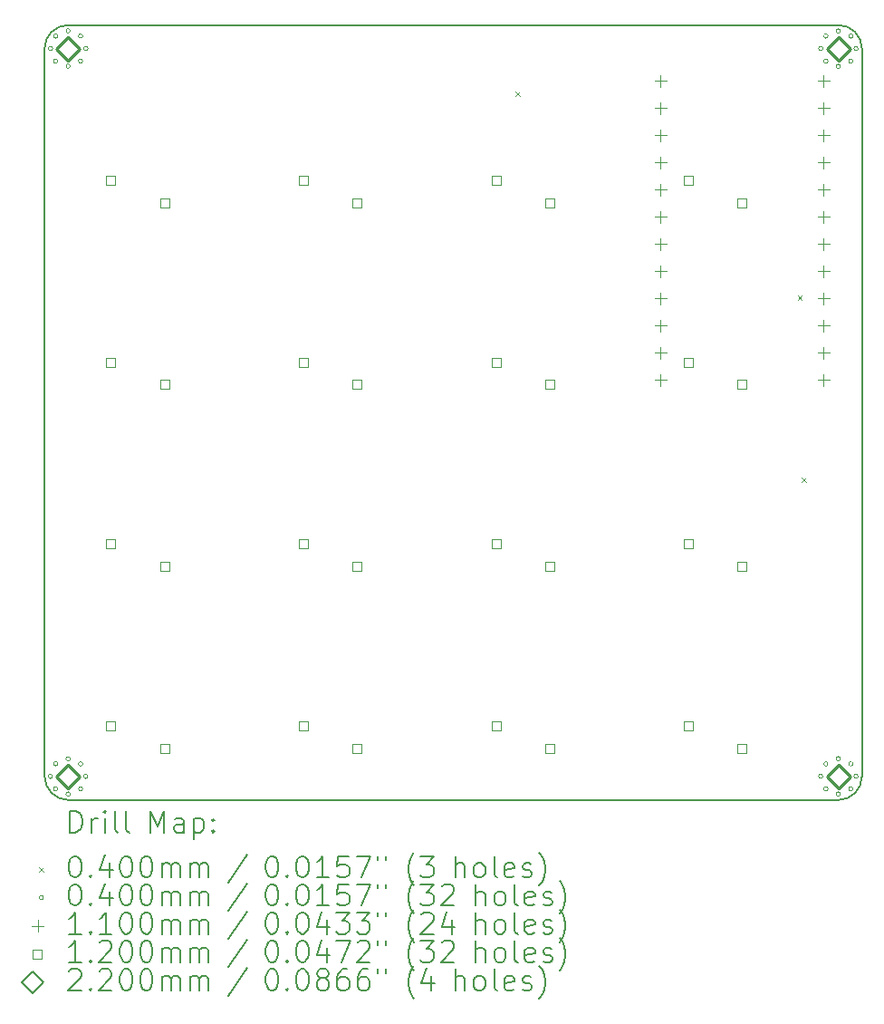
<source format=gbr>
%TF.GenerationSoftware,KiCad,Pcbnew,(7.0.0-rc1-156-g4c5a344629)*%
%TF.CreationDate,2023-03-07T17:57:53+10:30*%
%TF.ProjectId,4x4,3478342e-6b69-4636-9164-5f7063625858,rev?*%
%TF.SameCoordinates,Original*%
%TF.FileFunction,Drillmap*%
%TF.FilePolarity,Positive*%
%FSLAX45Y45*%
G04 Gerber Fmt 4.5, Leading zero omitted, Abs format (unit mm)*
G04 Created by KiCad (PCBNEW (7.0.0-rc1-156-g4c5a344629)) date 2023-03-07 17:57:53*
%MOMM*%
%LPD*%
G01*
G04 APERTURE LIST*
%ADD10C,0.200000*%
%ADD11C,0.040000*%
%ADD12C,0.110000*%
%ADD13C,0.120000*%
%ADD14C,0.220000*%
G04 APERTURE END LIST*
D10*
X3350001Y-7586667D02*
X10550001Y-7586667D01*
X10550001Y-346667D02*
X3350001Y-346667D01*
X10550001Y-7586671D02*
G75*
G03*
X10770001Y-7366667I-1J220001D01*
G01*
X3130003Y-7366667D02*
G75*
G03*
X3350001Y-7586667I219997J-3D01*
G01*
X3130001Y-566667D02*
X3130001Y-7366667D01*
X10770001Y-7366667D02*
X10770001Y-566667D01*
X10770003Y-566667D02*
G75*
G03*
X10550001Y-346667I-220003J-3D01*
G01*
X3350001Y-346667D02*
G75*
G03*
X3130001Y-566667I0J-220000D01*
G01*
D11*
X7530001Y-971667D02*
X7570001Y-1011667D01*
X7570001Y-971667D02*
X7530001Y-1011667D01*
X10170001Y-2876668D02*
X10210001Y-2916668D01*
X10210001Y-2876668D02*
X10170001Y-2916668D01*
X10210001Y-4576668D02*
X10250001Y-4616668D01*
X10250001Y-4576668D02*
X10210001Y-4616668D01*
X3205001Y-566667D02*
G75*
G03*
X3205001Y-566667I-20000J0D01*
G01*
X3205001Y-7366668D02*
G75*
G03*
X3205001Y-7366668I-20000J0D01*
G01*
X3253328Y-449994D02*
G75*
G03*
X3253328Y-449994I-20000J0D01*
G01*
X3253328Y-683339D02*
G75*
G03*
X3253328Y-683339I-20000J0D01*
G01*
X3253328Y-7249996D02*
G75*
G03*
X3253328Y-7249996I-20000J0D01*
G01*
X3253328Y-7483341D02*
G75*
G03*
X3253328Y-7483341I-20000J0D01*
G01*
X3370001Y-401667D02*
G75*
G03*
X3370001Y-401667I-20000J0D01*
G01*
X3370001Y-731667D02*
G75*
G03*
X3370001Y-731667I-20000J0D01*
G01*
X3370001Y-7201668D02*
G75*
G03*
X3370001Y-7201668I-20000J0D01*
G01*
X3370001Y-7531668D02*
G75*
G03*
X3370001Y-7531668I-20000J0D01*
G01*
X3486674Y-449994D02*
G75*
G03*
X3486674Y-449994I-20000J0D01*
G01*
X3486674Y-683339D02*
G75*
G03*
X3486674Y-683339I-20000J0D01*
G01*
X3486674Y-7249996D02*
G75*
G03*
X3486674Y-7249996I-20000J0D01*
G01*
X3486674Y-7483341D02*
G75*
G03*
X3486674Y-7483341I-20000J0D01*
G01*
X3535001Y-566667D02*
G75*
G03*
X3535001Y-566667I-20000J0D01*
G01*
X3535001Y-7366668D02*
G75*
G03*
X3535001Y-7366668I-20000J0D01*
G01*
X10405001Y-566667D02*
G75*
G03*
X10405001Y-566667I-20000J0D01*
G01*
X10405001Y-7366668D02*
G75*
G03*
X10405001Y-7366668I-20000J0D01*
G01*
X10453328Y-449994D02*
G75*
G03*
X10453328Y-449994I-20000J0D01*
G01*
X10453328Y-683339D02*
G75*
G03*
X10453328Y-683339I-20000J0D01*
G01*
X10453328Y-7249996D02*
G75*
G03*
X10453328Y-7249996I-20000J0D01*
G01*
X10453328Y-7483341D02*
G75*
G03*
X10453328Y-7483341I-20000J0D01*
G01*
X10570001Y-401667D02*
G75*
G03*
X10570001Y-401667I-20000J0D01*
G01*
X10570001Y-731667D02*
G75*
G03*
X10570001Y-731667I-20000J0D01*
G01*
X10570001Y-7201668D02*
G75*
G03*
X10570001Y-7201668I-20000J0D01*
G01*
X10570001Y-7531668D02*
G75*
G03*
X10570001Y-7531668I-20000J0D01*
G01*
X10686674Y-449994D02*
G75*
G03*
X10686674Y-449994I-20000J0D01*
G01*
X10686674Y-683339D02*
G75*
G03*
X10686674Y-683339I-20000J0D01*
G01*
X10686674Y-7249996D02*
G75*
G03*
X10686674Y-7249996I-20000J0D01*
G01*
X10686674Y-7483341D02*
G75*
G03*
X10686674Y-7483341I-20000J0D01*
G01*
X10735001Y-566667D02*
G75*
G03*
X10735001Y-566667I-20000J0D01*
G01*
X10735001Y-7366668D02*
G75*
G03*
X10735001Y-7366668I-20000J0D01*
G01*
D12*
X8888001Y-814667D02*
X8888001Y-924667D01*
X8833001Y-869667D02*
X8943001Y-869667D01*
X8888001Y-1068667D02*
X8888001Y-1178667D01*
X8833001Y-1123667D02*
X8943001Y-1123667D01*
X8888001Y-1322667D02*
X8888001Y-1432667D01*
X8833001Y-1377667D02*
X8943001Y-1377667D01*
X8888001Y-1576667D02*
X8888001Y-1686667D01*
X8833001Y-1631667D02*
X8943001Y-1631667D01*
X8888001Y-1830667D02*
X8888001Y-1940667D01*
X8833001Y-1885667D02*
X8943001Y-1885667D01*
X8888001Y-2084667D02*
X8888001Y-2194667D01*
X8833001Y-2139667D02*
X8943001Y-2139667D01*
X8888001Y-2338667D02*
X8888001Y-2448667D01*
X8833001Y-2393667D02*
X8943001Y-2393667D01*
X8888001Y-2592667D02*
X8888001Y-2702667D01*
X8833001Y-2647667D02*
X8943001Y-2647667D01*
X8888001Y-2846667D02*
X8888001Y-2956667D01*
X8833001Y-2901667D02*
X8943001Y-2901667D01*
X8888001Y-3100667D02*
X8888001Y-3210667D01*
X8833001Y-3155667D02*
X8943001Y-3155667D01*
X8888001Y-3354667D02*
X8888001Y-3464667D01*
X8833001Y-3409667D02*
X8943001Y-3409667D01*
X8888001Y-3608667D02*
X8888001Y-3718667D01*
X8833001Y-3663667D02*
X8943001Y-3663667D01*
X10412001Y-814667D02*
X10412001Y-924667D01*
X10357001Y-869667D02*
X10467001Y-869667D01*
X10412001Y-1068667D02*
X10412001Y-1178667D01*
X10357001Y-1123667D02*
X10467001Y-1123667D01*
X10412001Y-1322667D02*
X10412001Y-1432667D01*
X10357001Y-1377667D02*
X10467001Y-1377667D01*
X10412001Y-1576667D02*
X10412001Y-1686667D01*
X10357001Y-1631667D02*
X10467001Y-1631667D01*
X10412001Y-1830667D02*
X10412001Y-1940667D01*
X10357001Y-1885667D02*
X10467001Y-1885667D01*
X10412001Y-2084667D02*
X10412001Y-2194667D01*
X10357001Y-2139667D02*
X10467001Y-2139667D01*
X10412001Y-2338667D02*
X10412001Y-2448667D01*
X10357001Y-2393667D02*
X10467001Y-2393667D01*
X10412001Y-2592667D02*
X10412001Y-2702667D01*
X10357001Y-2647667D02*
X10467001Y-2647667D01*
X10412001Y-2846667D02*
X10412001Y-2956667D01*
X10357001Y-2901667D02*
X10467001Y-2901667D01*
X10412001Y-3100667D02*
X10412001Y-3210667D01*
X10357001Y-3155667D02*
X10467001Y-3155667D01*
X10412001Y-3354667D02*
X10412001Y-3464667D01*
X10357001Y-3409667D02*
X10467001Y-3409667D01*
X10412001Y-3608667D02*
X10412001Y-3718667D01*
X10357001Y-3663667D02*
X10467001Y-3663667D01*
D13*
X3792428Y-1839094D02*
X3792428Y-1754240D01*
X3707574Y-1754240D01*
X3707574Y-1839094D01*
X3792428Y-1839094D01*
X3792428Y-3539094D02*
X3792428Y-3454241D01*
X3707574Y-3454241D01*
X3707574Y-3539094D01*
X3792428Y-3539094D01*
X3792428Y-5239095D02*
X3792428Y-5154241D01*
X3707574Y-5154241D01*
X3707574Y-5239095D01*
X3792428Y-5239095D01*
X3792428Y-6939095D02*
X3792428Y-6854241D01*
X3707574Y-6854241D01*
X3707574Y-6939095D01*
X3792428Y-6939095D01*
X4292428Y-2049094D02*
X4292428Y-1964240D01*
X4207574Y-1964240D01*
X4207574Y-2049094D01*
X4292428Y-2049094D01*
X4292428Y-3749094D02*
X4292428Y-3664241D01*
X4207574Y-3664241D01*
X4207574Y-3749094D01*
X4292428Y-3749094D01*
X4292428Y-5449095D02*
X4292428Y-5364241D01*
X4207574Y-5364241D01*
X4207574Y-5449095D01*
X4292428Y-5449095D01*
X4292428Y-7149095D02*
X4292428Y-7064241D01*
X4207574Y-7064241D01*
X4207574Y-7149095D01*
X4292428Y-7149095D01*
X5592428Y-1839094D02*
X5592428Y-1754240D01*
X5507574Y-1754240D01*
X5507574Y-1839094D01*
X5592428Y-1839094D01*
X5592428Y-3539094D02*
X5592428Y-3454241D01*
X5507574Y-3454241D01*
X5507574Y-3539094D01*
X5592428Y-3539094D01*
X5592428Y-5239095D02*
X5592428Y-5154241D01*
X5507574Y-5154241D01*
X5507574Y-5239095D01*
X5592428Y-5239095D01*
X5592428Y-6939095D02*
X5592428Y-6854241D01*
X5507574Y-6854241D01*
X5507574Y-6939095D01*
X5592428Y-6939095D01*
X6092428Y-2049094D02*
X6092428Y-1964240D01*
X6007574Y-1964240D01*
X6007574Y-2049094D01*
X6092428Y-2049094D01*
X6092428Y-3749094D02*
X6092428Y-3664241D01*
X6007574Y-3664241D01*
X6007574Y-3749094D01*
X6092428Y-3749094D01*
X6092428Y-5449095D02*
X6092428Y-5364241D01*
X6007574Y-5364241D01*
X6007574Y-5449095D01*
X6092428Y-5449095D01*
X6092428Y-7149095D02*
X6092428Y-7064241D01*
X6007574Y-7064241D01*
X6007574Y-7149095D01*
X6092428Y-7149095D01*
X7392428Y-1839094D02*
X7392428Y-1754240D01*
X7307574Y-1754240D01*
X7307574Y-1839094D01*
X7392428Y-1839094D01*
X7392428Y-3539094D02*
X7392428Y-3454241D01*
X7307574Y-3454241D01*
X7307574Y-3539094D01*
X7392428Y-3539094D01*
X7392428Y-5239095D02*
X7392428Y-5154241D01*
X7307574Y-5154241D01*
X7307574Y-5239095D01*
X7392428Y-5239095D01*
X7392428Y-6939095D02*
X7392428Y-6854241D01*
X7307574Y-6854241D01*
X7307574Y-6939095D01*
X7392428Y-6939095D01*
X7892428Y-2049094D02*
X7892428Y-1964240D01*
X7807574Y-1964240D01*
X7807574Y-2049094D01*
X7892428Y-2049094D01*
X7892428Y-3749094D02*
X7892428Y-3664241D01*
X7807574Y-3664241D01*
X7807574Y-3749094D01*
X7892428Y-3749094D01*
X7892428Y-5449095D02*
X7892428Y-5364241D01*
X7807574Y-5364241D01*
X7807574Y-5449095D01*
X7892428Y-5449095D01*
X7892428Y-7149095D02*
X7892428Y-7064241D01*
X7807574Y-7064241D01*
X7807574Y-7149095D01*
X7892428Y-7149095D01*
X9192428Y-1839094D02*
X9192428Y-1754240D01*
X9107574Y-1754240D01*
X9107574Y-1839094D01*
X9192428Y-1839094D01*
X9192428Y-3539094D02*
X9192428Y-3454241D01*
X9107574Y-3454241D01*
X9107574Y-3539094D01*
X9192428Y-3539094D01*
X9192428Y-5239095D02*
X9192428Y-5154241D01*
X9107574Y-5154241D01*
X9107574Y-5239095D01*
X9192428Y-5239095D01*
X9192428Y-6939095D02*
X9192428Y-6854241D01*
X9107574Y-6854241D01*
X9107574Y-6939095D01*
X9192428Y-6939095D01*
X9692428Y-2049094D02*
X9692428Y-1964240D01*
X9607574Y-1964240D01*
X9607574Y-2049094D01*
X9692428Y-2049094D01*
X9692428Y-3749094D02*
X9692428Y-3664241D01*
X9607574Y-3664241D01*
X9607574Y-3749094D01*
X9692428Y-3749094D01*
X9692428Y-5449095D02*
X9692428Y-5364241D01*
X9607574Y-5364241D01*
X9607574Y-5449095D01*
X9692428Y-5449095D01*
X9692428Y-7149095D02*
X9692428Y-7064241D01*
X9607574Y-7064241D01*
X9607574Y-7149095D01*
X9692428Y-7149095D01*
D14*
X3350001Y-676667D02*
X3460001Y-566667D01*
X3350001Y-456667D01*
X3240001Y-566667D01*
X3350001Y-676667D01*
X3350001Y-7476668D02*
X3460001Y-7366668D01*
X3350001Y-7256668D01*
X3240001Y-7366668D01*
X3350001Y-7476668D01*
X10550001Y-676667D02*
X10660001Y-566667D01*
X10550001Y-456667D01*
X10440001Y-566667D01*
X10550001Y-676667D01*
X10550001Y-7476668D02*
X10660001Y-7366668D01*
X10550001Y-7256668D01*
X10440001Y-7366668D01*
X10550001Y-7476668D01*
D10*
X3367620Y-7890143D02*
X3367620Y-7690143D01*
X3367620Y-7690143D02*
X3415239Y-7690143D01*
X3415239Y-7690143D02*
X3443810Y-7699667D01*
X3443810Y-7699667D02*
X3462858Y-7718715D01*
X3462858Y-7718715D02*
X3472382Y-7737762D01*
X3472382Y-7737762D02*
X3481906Y-7775857D01*
X3481906Y-7775857D02*
X3481906Y-7804429D01*
X3481906Y-7804429D02*
X3472382Y-7842524D01*
X3472382Y-7842524D02*
X3462858Y-7861572D01*
X3462858Y-7861572D02*
X3443810Y-7880619D01*
X3443810Y-7880619D02*
X3415239Y-7890143D01*
X3415239Y-7890143D02*
X3367620Y-7890143D01*
X3567620Y-7890143D02*
X3567620Y-7756810D01*
X3567620Y-7794905D02*
X3577144Y-7775857D01*
X3577144Y-7775857D02*
X3586668Y-7766334D01*
X3586668Y-7766334D02*
X3605715Y-7756810D01*
X3605715Y-7756810D02*
X3624763Y-7756810D01*
X3691429Y-7890143D02*
X3691429Y-7756810D01*
X3691429Y-7690143D02*
X3681906Y-7699667D01*
X3681906Y-7699667D02*
X3691429Y-7709191D01*
X3691429Y-7709191D02*
X3700953Y-7699667D01*
X3700953Y-7699667D02*
X3691429Y-7690143D01*
X3691429Y-7690143D02*
X3691429Y-7709191D01*
X3815239Y-7890143D02*
X3796191Y-7880619D01*
X3796191Y-7880619D02*
X3786668Y-7861572D01*
X3786668Y-7861572D02*
X3786668Y-7690143D01*
X3920001Y-7890143D02*
X3900953Y-7880619D01*
X3900953Y-7880619D02*
X3891429Y-7861572D01*
X3891429Y-7861572D02*
X3891429Y-7690143D01*
X4116191Y-7890143D02*
X4116191Y-7690143D01*
X4116191Y-7690143D02*
X4182858Y-7833000D01*
X4182858Y-7833000D02*
X4249525Y-7690143D01*
X4249525Y-7690143D02*
X4249525Y-7890143D01*
X4430477Y-7890143D02*
X4430477Y-7785381D01*
X4430477Y-7785381D02*
X4420953Y-7766334D01*
X4420953Y-7766334D02*
X4401906Y-7756810D01*
X4401906Y-7756810D02*
X4363810Y-7756810D01*
X4363810Y-7756810D02*
X4344763Y-7766334D01*
X4430477Y-7880619D02*
X4411430Y-7890143D01*
X4411430Y-7890143D02*
X4363810Y-7890143D01*
X4363810Y-7890143D02*
X4344763Y-7880619D01*
X4344763Y-7880619D02*
X4335239Y-7861572D01*
X4335239Y-7861572D02*
X4335239Y-7842524D01*
X4335239Y-7842524D02*
X4344763Y-7823476D01*
X4344763Y-7823476D02*
X4363810Y-7813953D01*
X4363810Y-7813953D02*
X4411430Y-7813953D01*
X4411430Y-7813953D02*
X4430477Y-7804429D01*
X4525715Y-7756810D02*
X4525715Y-7956810D01*
X4525715Y-7766334D02*
X4544763Y-7756810D01*
X4544763Y-7756810D02*
X4582858Y-7756810D01*
X4582858Y-7756810D02*
X4601906Y-7766334D01*
X4601906Y-7766334D02*
X4611430Y-7775857D01*
X4611430Y-7775857D02*
X4620953Y-7794905D01*
X4620953Y-7794905D02*
X4620953Y-7852048D01*
X4620953Y-7852048D02*
X4611430Y-7871095D01*
X4611430Y-7871095D02*
X4601906Y-7880619D01*
X4601906Y-7880619D02*
X4582858Y-7890143D01*
X4582858Y-7890143D02*
X4544763Y-7890143D01*
X4544763Y-7890143D02*
X4525715Y-7880619D01*
X4706668Y-7871095D02*
X4716191Y-7880619D01*
X4716191Y-7880619D02*
X4706668Y-7890143D01*
X4706668Y-7890143D02*
X4697144Y-7880619D01*
X4697144Y-7880619D02*
X4706668Y-7871095D01*
X4706668Y-7871095D02*
X4706668Y-7890143D01*
X4706668Y-7766334D02*
X4716191Y-7775857D01*
X4716191Y-7775857D02*
X4706668Y-7785381D01*
X4706668Y-7785381D02*
X4697144Y-7775857D01*
X4697144Y-7775857D02*
X4706668Y-7766334D01*
X4706668Y-7766334D02*
X4706668Y-7785381D01*
D11*
X3080001Y-8216667D02*
X3120001Y-8256667D01*
X3120001Y-8216667D02*
X3080001Y-8256667D01*
D10*
X3405715Y-8110143D02*
X3424763Y-8110143D01*
X3424763Y-8110143D02*
X3443810Y-8119667D01*
X3443810Y-8119667D02*
X3453334Y-8129191D01*
X3453334Y-8129191D02*
X3462858Y-8148238D01*
X3462858Y-8148238D02*
X3472382Y-8186334D01*
X3472382Y-8186334D02*
X3472382Y-8233953D01*
X3472382Y-8233953D02*
X3462858Y-8272048D01*
X3462858Y-8272048D02*
X3453334Y-8291095D01*
X3453334Y-8291095D02*
X3443810Y-8300619D01*
X3443810Y-8300619D02*
X3424763Y-8310143D01*
X3424763Y-8310143D02*
X3405715Y-8310143D01*
X3405715Y-8310143D02*
X3386668Y-8300619D01*
X3386668Y-8300619D02*
X3377144Y-8291095D01*
X3377144Y-8291095D02*
X3367620Y-8272048D01*
X3367620Y-8272048D02*
X3358096Y-8233953D01*
X3358096Y-8233953D02*
X3358096Y-8186334D01*
X3358096Y-8186334D02*
X3367620Y-8148238D01*
X3367620Y-8148238D02*
X3377144Y-8129191D01*
X3377144Y-8129191D02*
X3386668Y-8119667D01*
X3386668Y-8119667D02*
X3405715Y-8110143D01*
X3558096Y-8291095D02*
X3567620Y-8300619D01*
X3567620Y-8300619D02*
X3558096Y-8310143D01*
X3558096Y-8310143D02*
X3548572Y-8300619D01*
X3548572Y-8300619D02*
X3558096Y-8291095D01*
X3558096Y-8291095D02*
X3558096Y-8310143D01*
X3739049Y-8176810D02*
X3739049Y-8310143D01*
X3691429Y-8100619D02*
X3643810Y-8243476D01*
X3643810Y-8243476D02*
X3767620Y-8243476D01*
X3881906Y-8110143D02*
X3900953Y-8110143D01*
X3900953Y-8110143D02*
X3920001Y-8119667D01*
X3920001Y-8119667D02*
X3929525Y-8129191D01*
X3929525Y-8129191D02*
X3939049Y-8148238D01*
X3939049Y-8148238D02*
X3948572Y-8186334D01*
X3948572Y-8186334D02*
X3948572Y-8233953D01*
X3948572Y-8233953D02*
X3939049Y-8272048D01*
X3939049Y-8272048D02*
X3929525Y-8291095D01*
X3929525Y-8291095D02*
X3920001Y-8300619D01*
X3920001Y-8300619D02*
X3900953Y-8310143D01*
X3900953Y-8310143D02*
X3881906Y-8310143D01*
X3881906Y-8310143D02*
X3862858Y-8300619D01*
X3862858Y-8300619D02*
X3853334Y-8291095D01*
X3853334Y-8291095D02*
X3843810Y-8272048D01*
X3843810Y-8272048D02*
X3834287Y-8233953D01*
X3834287Y-8233953D02*
X3834287Y-8186334D01*
X3834287Y-8186334D02*
X3843810Y-8148238D01*
X3843810Y-8148238D02*
X3853334Y-8129191D01*
X3853334Y-8129191D02*
X3862858Y-8119667D01*
X3862858Y-8119667D02*
X3881906Y-8110143D01*
X4072382Y-8110143D02*
X4091430Y-8110143D01*
X4091430Y-8110143D02*
X4110477Y-8119667D01*
X4110477Y-8119667D02*
X4120001Y-8129191D01*
X4120001Y-8129191D02*
X4129525Y-8148238D01*
X4129525Y-8148238D02*
X4139049Y-8186334D01*
X4139049Y-8186334D02*
X4139049Y-8233953D01*
X4139049Y-8233953D02*
X4129525Y-8272048D01*
X4129525Y-8272048D02*
X4120001Y-8291095D01*
X4120001Y-8291095D02*
X4110477Y-8300619D01*
X4110477Y-8300619D02*
X4091430Y-8310143D01*
X4091430Y-8310143D02*
X4072382Y-8310143D01*
X4072382Y-8310143D02*
X4053334Y-8300619D01*
X4053334Y-8300619D02*
X4043810Y-8291095D01*
X4043810Y-8291095D02*
X4034287Y-8272048D01*
X4034287Y-8272048D02*
X4024763Y-8233953D01*
X4024763Y-8233953D02*
X4024763Y-8186334D01*
X4024763Y-8186334D02*
X4034287Y-8148238D01*
X4034287Y-8148238D02*
X4043810Y-8129191D01*
X4043810Y-8129191D02*
X4053334Y-8119667D01*
X4053334Y-8119667D02*
X4072382Y-8110143D01*
X4224763Y-8310143D02*
X4224763Y-8176810D01*
X4224763Y-8195857D02*
X4234287Y-8186334D01*
X4234287Y-8186334D02*
X4253334Y-8176810D01*
X4253334Y-8176810D02*
X4281906Y-8176810D01*
X4281906Y-8176810D02*
X4300953Y-8186334D01*
X4300953Y-8186334D02*
X4310477Y-8205381D01*
X4310477Y-8205381D02*
X4310477Y-8310143D01*
X4310477Y-8205381D02*
X4320001Y-8186334D01*
X4320001Y-8186334D02*
X4339049Y-8176810D01*
X4339049Y-8176810D02*
X4367620Y-8176810D01*
X4367620Y-8176810D02*
X4386668Y-8186334D01*
X4386668Y-8186334D02*
X4396192Y-8205381D01*
X4396192Y-8205381D02*
X4396192Y-8310143D01*
X4491430Y-8310143D02*
X4491430Y-8176810D01*
X4491430Y-8195857D02*
X4500953Y-8186334D01*
X4500953Y-8186334D02*
X4520001Y-8176810D01*
X4520001Y-8176810D02*
X4548573Y-8176810D01*
X4548573Y-8176810D02*
X4567620Y-8186334D01*
X4567620Y-8186334D02*
X4577144Y-8205381D01*
X4577144Y-8205381D02*
X4577144Y-8310143D01*
X4577144Y-8205381D02*
X4586668Y-8186334D01*
X4586668Y-8186334D02*
X4605715Y-8176810D01*
X4605715Y-8176810D02*
X4634287Y-8176810D01*
X4634287Y-8176810D02*
X4653334Y-8186334D01*
X4653334Y-8186334D02*
X4662858Y-8205381D01*
X4662858Y-8205381D02*
X4662858Y-8310143D01*
X5020953Y-8100619D02*
X4849525Y-8357762D01*
X5245715Y-8110143D02*
X5264763Y-8110143D01*
X5264763Y-8110143D02*
X5283811Y-8119667D01*
X5283811Y-8119667D02*
X5293334Y-8129191D01*
X5293334Y-8129191D02*
X5302858Y-8148238D01*
X5302858Y-8148238D02*
X5312382Y-8186334D01*
X5312382Y-8186334D02*
X5312382Y-8233953D01*
X5312382Y-8233953D02*
X5302858Y-8272048D01*
X5302858Y-8272048D02*
X5293334Y-8291095D01*
X5293334Y-8291095D02*
X5283811Y-8300619D01*
X5283811Y-8300619D02*
X5264763Y-8310143D01*
X5264763Y-8310143D02*
X5245715Y-8310143D01*
X5245715Y-8310143D02*
X5226668Y-8300619D01*
X5226668Y-8300619D02*
X5217144Y-8291095D01*
X5217144Y-8291095D02*
X5207620Y-8272048D01*
X5207620Y-8272048D02*
X5198096Y-8233953D01*
X5198096Y-8233953D02*
X5198096Y-8186334D01*
X5198096Y-8186334D02*
X5207620Y-8148238D01*
X5207620Y-8148238D02*
X5217144Y-8129191D01*
X5217144Y-8129191D02*
X5226668Y-8119667D01*
X5226668Y-8119667D02*
X5245715Y-8110143D01*
X5398096Y-8291095D02*
X5407620Y-8300619D01*
X5407620Y-8300619D02*
X5398096Y-8310143D01*
X5398096Y-8310143D02*
X5388573Y-8300619D01*
X5388573Y-8300619D02*
X5398096Y-8291095D01*
X5398096Y-8291095D02*
X5398096Y-8310143D01*
X5531430Y-8110143D02*
X5550477Y-8110143D01*
X5550477Y-8110143D02*
X5569525Y-8119667D01*
X5569525Y-8119667D02*
X5579049Y-8129191D01*
X5579049Y-8129191D02*
X5588573Y-8148238D01*
X5588573Y-8148238D02*
X5598096Y-8186334D01*
X5598096Y-8186334D02*
X5598096Y-8233953D01*
X5598096Y-8233953D02*
X5588573Y-8272048D01*
X5588573Y-8272048D02*
X5579049Y-8291095D01*
X5579049Y-8291095D02*
X5569525Y-8300619D01*
X5569525Y-8300619D02*
X5550477Y-8310143D01*
X5550477Y-8310143D02*
X5531430Y-8310143D01*
X5531430Y-8310143D02*
X5512382Y-8300619D01*
X5512382Y-8300619D02*
X5502858Y-8291095D01*
X5502858Y-8291095D02*
X5493334Y-8272048D01*
X5493334Y-8272048D02*
X5483811Y-8233953D01*
X5483811Y-8233953D02*
X5483811Y-8186334D01*
X5483811Y-8186334D02*
X5493334Y-8148238D01*
X5493334Y-8148238D02*
X5502858Y-8129191D01*
X5502858Y-8129191D02*
X5512382Y-8119667D01*
X5512382Y-8119667D02*
X5531430Y-8110143D01*
X5788572Y-8310143D02*
X5674287Y-8310143D01*
X5731430Y-8310143D02*
X5731430Y-8110143D01*
X5731430Y-8110143D02*
X5712382Y-8138715D01*
X5712382Y-8138715D02*
X5693334Y-8157762D01*
X5693334Y-8157762D02*
X5674287Y-8167286D01*
X5969525Y-8110143D02*
X5874287Y-8110143D01*
X5874287Y-8110143D02*
X5864763Y-8205381D01*
X5864763Y-8205381D02*
X5874287Y-8195857D01*
X5874287Y-8195857D02*
X5893334Y-8186334D01*
X5893334Y-8186334D02*
X5940953Y-8186334D01*
X5940953Y-8186334D02*
X5960001Y-8195857D01*
X5960001Y-8195857D02*
X5969525Y-8205381D01*
X5969525Y-8205381D02*
X5979049Y-8224429D01*
X5979049Y-8224429D02*
X5979049Y-8272048D01*
X5979049Y-8272048D02*
X5969525Y-8291095D01*
X5969525Y-8291095D02*
X5960001Y-8300619D01*
X5960001Y-8300619D02*
X5940953Y-8310143D01*
X5940953Y-8310143D02*
X5893334Y-8310143D01*
X5893334Y-8310143D02*
X5874287Y-8300619D01*
X5874287Y-8300619D02*
X5864763Y-8291095D01*
X6045715Y-8110143D02*
X6179049Y-8110143D01*
X6179049Y-8110143D02*
X6093334Y-8310143D01*
X6245715Y-8110143D02*
X6245715Y-8148238D01*
X6321906Y-8110143D02*
X6321906Y-8148238D01*
X6584763Y-8386334D02*
X6575239Y-8376810D01*
X6575239Y-8376810D02*
X6556192Y-8348238D01*
X6556192Y-8348238D02*
X6546668Y-8329191D01*
X6546668Y-8329191D02*
X6537144Y-8300619D01*
X6537144Y-8300619D02*
X6527620Y-8253000D01*
X6527620Y-8253000D02*
X6527620Y-8214905D01*
X6527620Y-8214905D02*
X6537144Y-8167286D01*
X6537144Y-8167286D02*
X6546668Y-8138715D01*
X6546668Y-8138715D02*
X6556192Y-8119667D01*
X6556192Y-8119667D02*
X6575239Y-8091095D01*
X6575239Y-8091095D02*
X6584763Y-8081572D01*
X6641906Y-8110143D02*
X6765715Y-8110143D01*
X6765715Y-8110143D02*
X6699049Y-8186334D01*
X6699049Y-8186334D02*
X6727620Y-8186334D01*
X6727620Y-8186334D02*
X6746668Y-8195857D01*
X6746668Y-8195857D02*
X6756192Y-8205381D01*
X6756192Y-8205381D02*
X6765715Y-8224429D01*
X6765715Y-8224429D02*
X6765715Y-8272048D01*
X6765715Y-8272048D02*
X6756192Y-8291095D01*
X6756192Y-8291095D02*
X6746668Y-8300619D01*
X6746668Y-8300619D02*
X6727620Y-8310143D01*
X6727620Y-8310143D02*
X6670477Y-8310143D01*
X6670477Y-8310143D02*
X6651430Y-8300619D01*
X6651430Y-8300619D02*
X6641906Y-8291095D01*
X6971430Y-8310143D02*
X6971430Y-8110143D01*
X7057144Y-8310143D02*
X7057144Y-8205381D01*
X7057144Y-8205381D02*
X7047620Y-8186334D01*
X7047620Y-8186334D02*
X7028573Y-8176810D01*
X7028573Y-8176810D02*
X7000001Y-8176810D01*
X7000001Y-8176810D02*
X6980953Y-8186334D01*
X6980953Y-8186334D02*
X6971430Y-8195857D01*
X7180953Y-8310143D02*
X7161906Y-8300619D01*
X7161906Y-8300619D02*
X7152382Y-8291095D01*
X7152382Y-8291095D02*
X7142858Y-8272048D01*
X7142858Y-8272048D02*
X7142858Y-8214905D01*
X7142858Y-8214905D02*
X7152382Y-8195857D01*
X7152382Y-8195857D02*
X7161906Y-8186334D01*
X7161906Y-8186334D02*
X7180953Y-8176810D01*
X7180953Y-8176810D02*
X7209525Y-8176810D01*
X7209525Y-8176810D02*
X7228573Y-8186334D01*
X7228573Y-8186334D02*
X7238096Y-8195857D01*
X7238096Y-8195857D02*
X7247620Y-8214905D01*
X7247620Y-8214905D02*
X7247620Y-8272048D01*
X7247620Y-8272048D02*
X7238096Y-8291095D01*
X7238096Y-8291095D02*
X7228573Y-8300619D01*
X7228573Y-8300619D02*
X7209525Y-8310143D01*
X7209525Y-8310143D02*
X7180953Y-8310143D01*
X7361906Y-8310143D02*
X7342858Y-8300619D01*
X7342858Y-8300619D02*
X7333334Y-8281572D01*
X7333334Y-8281572D02*
X7333334Y-8110143D01*
X7514287Y-8300619D02*
X7495239Y-8310143D01*
X7495239Y-8310143D02*
X7457144Y-8310143D01*
X7457144Y-8310143D02*
X7438096Y-8300619D01*
X7438096Y-8300619D02*
X7428573Y-8281572D01*
X7428573Y-8281572D02*
X7428573Y-8205381D01*
X7428573Y-8205381D02*
X7438096Y-8186334D01*
X7438096Y-8186334D02*
X7457144Y-8176810D01*
X7457144Y-8176810D02*
X7495239Y-8176810D01*
X7495239Y-8176810D02*
X7514287Y-8186334D01*
X7514287Y-8186334D02*
X7523811Y-8205381D01*
X7523811Y-8205381D02*
X7523811Y-8224429D01*
X7523811Y-8224429D02*
X7428573Y-8243476D01*
X7600001Y-8300619D02*
X7619049Y-8310143D01*
X7619049Y-8310143D02*
X7657144Y-8310143D01*
X7657144Y-8310143D02*
X7676192Y-8300619D01*
X7676192Y-8300619D02*
X7685715Y-8281572D01*
X7685715Y-8281572D02*
X7685715Y-8272048D01*
X7685715Y-8272048D02*
X7676192Y-8253000D01*
X7676192Y-8253000D02*
X7657144Y-8243476D01*
X7657144Y-8243476D02*
X7628573Y-8243476D01*
X7628573Y-8243476D02*
X7609525Y-8233953D01*
X7609525Y-8233953D02*
X7600001Y-8214905D01*
X7600001Y-8214905D02*
X7600001Y-8205381D01*
X7600001Y-8205381D02*
X7609525Y-8186334D01*
X7609525Y-8186334D02*
X7628573Y-8176810D01*
X7628573Y-8176810D02*
X7657144Y-8176810D01*
X7657144Y-8176810D02*
X7676192Y-8186334D01*
X7752382Y-8386334D02*
X7761906Y-8376810D01*
X7761906Y-8376810D02*
X7780954Y-8348238D01*
X7780954Y-8348238D02*
X7790477Y-8329191D01*
X7790477Y-8329191D02*
X7800001Y-8300619D01*
X7800001Y-8300619D02*
X7809525Y-8253000D01*
X7809525Y-8253000D02*
X7809525Y-8214905D01*
X7809525Y-8214905D02*
X7800001Y-8167286D01*
X7800001Y-8167286D02*
X7790477Y-8138715D01*
X7790477Y-8138715D02*
X7780954Y-8119667D01*
X7780954Y-8119667D02*
X7761906Y-8091095D01*
X7761906Y-8091095D02*
X7752382Y-8081572D01*
D11*
X3120001Y-8500667D02*
G75*
G03*
X3120001Y-8500667I-20000J0D01*
G01*
D10*
X3405715Y-8374143D02*
X3424763Y-8374143D01*
X3424763Y-8374143D02*
X3443810Y-8383667D01*
X3443810Y-8383667D02*
X3453334Y-8393191D01*
X3453334Y-8393191D02*
X3462858Y-8412238D01*
X3462858Y-8412238D02*
X3472382Y-8450334D01*
X3472382Y-8450334D02*
X3472382Y-8497953D01*
X3472382Y-8497953D02*
X3462858Y-8536048D01*
X3462858Y-8536048D02*
X3453334Y-8555096D01*
X3453334Y-8555096D02*
X3443810Y-8564619D01*
X3443810Y-8564619D02*
X3424763Y-8574143D01*
X3424763Y-8574143D02*
X3405715Y-8574143D01*
X3405715Y-8574143D02*
X3386668Y-8564619D01*
X3386668Y-8564619D02*
X3377144Y-8555096D01*
X3377144Y-8555096D02*
X3367620Y-8536048D01*
X3367620Y-8536048D02*
X3358096Y-8497953D01*
X3358096Y-8497953D02*
X3358096Y-8450334D01*
X3358096Y-8450334D02*
X3367620Y-8412238D01*
X3367620Y-8412238D02*
X3377144Y-8393191D01*
X3377144Y-8393191D02*
X3386668Y-8383667D01*
X3386668Y-8383667D02*
X3405715Y-8374143D01*
X3558096Y-8555096D02*
X3567620Y-8564619D01*
X3567620Y-8564619D02*
X3558096Y-8574143D01*
X3558096Y-8574143D02*
X3548572Y-8564619D01*
X3548572Y-8564619D02*
X3558096Y-8555096D01*
X3558096Y-8555096D02*
X3558096Y-8574143D01*
X3739049Y-8440810D02*
X3739049Y-8574143D01*
X3691429Y-8364619D02*
X3643810Y-8507477D01*
X3643810Y-8507477D02*
X3767620Y-8507477D01*
X3881906Y-8374143D02*
X3900953Y-8374143D01*
X3900953Y-8374143D02*
X3920001Y-8383667D01*
X3920001Y-8383667D02*
X3929525Y-8393191D01*
X3929525Y-8393191D02*
X3939049Y-8412238D01*
X3939049Y-8412238D02*
X3948572Y-8450334D01*
X3948572Y-8450334D02*
X3948572Y-8497953D01*
X3948572Y-8497953D02*
X3939049Y-8536048D01*
X3939049Y-8536048D02*
X3929525Y-8555096D01*
X3929525Y-8555096D02*
X3920001Y-8564619D01*
X3920001Y-8564619D02*
X3900953Y-8574143D01*
X3900953Y-8574143D02*
X3881906Y-8574143D01*
X3881906Y-8574143D02*
X3862858Y-8564619D01*
X3862858Y-8564619D02*
X3853334Y-8555096D01*
X3853334Y-8555096D02*
X3843810Y-8536048D01*
X3843810Y-8536048D02*
X3834287Y-8497953D01*
X3834287Y-8497953D02*
X3834287Y-8450334D01*
X3834287Y-8450334D02*
X3843810Y-8412238D01*
X3843810Y-8412238D02*
X3853334Y-8393191D01*
X3853334Y-8393191D02*
X3862858Y-8383667D01*
X3862858Y-8383667D02*
X3881906Y-8374143D01*
X4072382Y-8374143D02*
X4091430Y-8374143D01*
X4091430Y-8374143D02*
X4110477Y-8383667D01*
X4110477Y-8383667D02*
X4120001Y-8393191D01*
X4120001Y-8393191D02*
X4129525Y-8412238D01*
X4129525Y-8412238D02*
X4139049Y-8450334D01*
X4139049Y-8450334D02*
X4139049Y-8497953D01*
X4139049Y-8497953D02*
X4129525Y-8536048D01*
X4129525Y-8536048D02*
X4120001Y-8555096D01*
X4120001Y-8555096D02*
X4110477Y-8564619D01*
X4110477Y-8564619D02*
X4091430Y-8574143D01*
X4091430Y-8574143D02*
X4072382Y-8574143D01*
X4072382Y-8574143D02*
X4053334Y-8564619D01*
X4053334Y-8564619D02*
X4043810Y-8555096D01*
X4043810Y-8555096D02*
X4034287Y-8536048D01*
X4034287Y-8536048D02*
X4024763Y-8497953D01*
X4024763Y-8497953D02*
X4024763Y-8450334D01*
X4024763Y-8450334D02*
X4034287Y-8412238D01*
X4034287Y-8412238D02*
X4043810Y-8393191D01*
X4043810Y-8393191D02*
X4053334Y-8383667D01*
X4053334Y-8383667D02*
X4072382Y-8374143D01*
X4224763Y-8574143D02*
X4224763Y-8440810D01*
X4224763Y-8459857D02*
X4234287Y-8450334D01*
X4234287Y-8450334D02*
X4253334Y-8440810D01*
X4253334Y-8440810D02*
X4281906Y-8440810D01*
X4281906Y-8440810D02*
X4300953Y-8450334D01*
X4300953Y-8450334D02*
X4310477Y-8469381D01*
X4310477Y-8469381D02*
X4310477Y-8574143D01*
X4310477Y-8469381D02*
X4320001Y-8450334D01*
X4320001Y-8450334D02*
X4339049Y-8440810D01*
X4339049Y-8440810D02*
X4367620Y-8440810D01*
X4367620Y-8440810D02*
X4386668Y-8450334D01*
X4386668Y-8450334D02*
X4396192Y-8469381D01*
X4396192Y-8469381D02*
X4396192Y-8574143D01*
X4491430Y-8574143D02*
X4491430Y-8440810D01*
X4491430Y-8459857D02*
X4500953Y-8450334D01*
X4500953Y-8450334D02*
X4520001Y-8440810D01*
X4520001Y-8440810D02*
X4548573Y-8440810D01*
X4548573Y-8440810D02*
X4567620Y-8450334D01*
X4567620Y-8450334D02*
X4577144Y-8469381D01*
X4577144Y-8469381D02*
X4577144Y-8574143D01*
X4577144Y-8469381D02*
X4586668Y-8450334D01*
X4586668Y-8450334D02*
X4605715Y-8440810D01*
X4605715Y-8440810D02*
X4634287Y-8440810D01*
X4634287Y-8440810D02*
X4653334Y-8450334D01*
X4653334Y-8450334D02*
X4662858Y-8469381D01*
X4662858Y-8469381D02*
X4662858Y-8574143D01*
X5020953Y-8364619D02*
X4849525Y-8621762D01*
X5245715Y-8374143D02*
X5264763Y-8374143D01*
X5264763Y-8374143D02*
X5283811Y-8383667D01*
X5283811Y-8383667D02*
X5293334Y-8393191D01*
X5293334Y-8393191D02*
X5302858Y-8412238D01*
X5302858Y-8412238D02*
X5312382Y-8450334D01*
X5312382Y-8450334D02*
X5312382Y-8497953D01*
X5312382Y-8497953D02*
X5302858Y-8536048D01*
X5302858Y-8536048D02*
X5293334Y-8555096D01*
X5293334Y-8555096D02*
X5283811Y-8564619D01*
X5283811Y-8564619D02*
X5264763Y-8574143D01*
X5264763Y-8574143D02*
X5245715Y-8574143D01*
X5245715Y-8574143D02*
X5226668Y-8564619D01*
X5226668Y-8564619D02*
X5217144Y-8555096D01*
X5217144Y-8555096D02*
X5207620Y-8536048D01*
X5207620Y-8536048D02*
X5198096Y-8497953D01*
X5198096Y-8497953D02*
X5198096Y-8450334D01*
X5198096Y-8450334D02*
X5207620Y-8412238D01*
X5207620Y-8412238D02*
X5217144Y-8393191D01*
X5217144Y-8393191D02*
X5226668Y-8383667D01*
X5226668Y-8383667D02*
X5245715Y-8374143D01*
X5398096Y-8555096D02*
X5407620Y-8564619D01*
X5407620Y-8564619D02*
X5398096Y-8574143D01*
X5398096Y-8574143D02*
X5388573Y-8564619D01*
X5388573Y-8564619D02*
X5398096Y-8555096D01*
X5398096Y-8555096D02*
X5398096Y-8574143D01*
X5531430Y-8374143D02*
X5550477Y-8374143D01*
X5550477Y-8374143D02*
X5569525Y-8383667D01*
X5569525Y-8383667D02*
X5579049Y-8393191D01*
X5579049Y-8393191D02*
X5588573Y-8412238D01*
X5588573Y-8412238D02*
X5598096Y-8450334D01*
X5598096Y-8450334D02*
X5598096Y-8497953D01*
X5598096Y-8497953D02*
X5588573Y-8536048D01*
X5588573Y-8536048D02*
X5579049Y-8555096D01*
X5579049Y-8555096D02*
X5569525Y-8564619D01*
X5569525Y-8564619D02*
X5550477Y-8574143D01*
X5550477Y-8574143D02*
X5531430Y-8574143D01*
X5531430Y-8574143D02*
X5512382Y-8564619D01*
X5512382Y-8564619D02*
X5502858Y-8555096D01*
X5502858Y-8555096D02*
X5493334Y-8536048D01*
X5493334Y-8536048D02*
X5483811Y-8497953D01*
X5483811Y-8497953D02*
X5483811Y-8450334D01*
X5483811Y-8450334D02*
X5493334Y-8412238D01*
X5493334Y-8412238D02*
X5502858Y-8393191D01*
X5502858Y-8393191D02*
X5512382Y-8383667D01*
X5512382Y-8383667D02*
X5531430Y-8374143D01*
X5788572Y-8574143D02*
X5674287Y-8574143D01*
X5731430Y-8574143D02*
X5731430Y-8374143D01*
X5731430Y-8374143D02*
X5712382Y-8402715D01*
X5712382Y-8402715D02*
X5693334Y-8421762D01*
X5693334Y-8421762D02*
X5674287Y-8431286D01*
X5969525Y-8374143D02*
X5874287Y-8374143D01*
X5874287Y-8374143D02*
X5864763Y-8469381D01*
X5864763Y-8469381D02*
X5874287Y-8459857D01*
X5874287Y-8459857D02*
X5893334Y-8450334D01*
X5893334Y-8450334D02*
X5940953Y-8450334D01*
X5940953Y-8450334D02*
X5960001Y-8459857D01*
X5960001Y-8459857D02*
X5969525Y-8469381D01*
X5969525Y-8469381D02*
X5979049Y-8488429D01*
X5979049Y-8488429D02*
X5979049Y-8536048D01*
X5979049Y-8536048D02*
X5969525Y-8555096D01*
X5969525Y-8555096D02*
X5960001Y-8564619D01*
X5960001Y-8564619D02*
X5940953Y-8574143D01*
X5940953Y-8574143D02*
X5893334Y-8574143D01*
X5893334Y-8574143D02*
X5874287Y-8564619D01*
X5874287Y-8564619D02*
X5864763Y-8555096D01*
X6045715Y-8374143D02*
X6179049Y-8374143D01*
X6179049Y-8374143D02*
X6093334Y-8574143D01*
X6245715Y-8374143D02*
X6245715Y-8412238D01*
X6321906Y-8374143D02*
X6321906Y-8412238D01*
X6584763Y-8650334D02*
X6575239Y-8640810D01*
X6575239Y-8640810D02*
X6556192Y-8612238D01*
X6556192Y-8612238D02*
X6546668Y-8593191D01*
X6546668Y-8593191D02*
X6537144Y-8564619D01*
X6537144Y-8564619D02*
X6527620Y-8517000D01*
X6527620Y-8517000D02*
X6527620Y-8478905D01*
X6527620Y-8478905D02*
X6537144Y-8431286D01*
X6537144Y-8431286D02*
X6546668Y-8402715D01*
X6546668Y-8402715D02*
X6556192Y-8383667D01*
X6556192Y-8383667D02*
X6575239Y-8355095D01*
X6575239Y-8355095D02*
X6584763Y-8345572D01*
X6641906Y-8374143D02*
X6765715Y-8374143D01*
X6765715Y-8374143D02*
X6699049Y-8450334D01*
X6699049Y-8450334D02*
X6727620Y-8450334D01*
X6727620Y-8450334D02*
X6746668Y-8459857D01*
X6746668Y-8459857D02*
X6756192Y-8469381D01*
X6756192Y-8469381D02*
X6765715Y-8488429D01*
X6765715Y-8488429D02*
X6765715Y-8536048D01*
X6765715Y-8536048D02*
X6756192Y-8555096D01*
X6756192Y-8555096D02*
X6746668Y-8564619D01*
X6746668Y-8564619D02*
X6727620Y-8574143D01*
X6727620Y-8574143D02*
X6670477Y-8574143D01*
X6670477Y-8574143D02*
X6651430Y-8564619D01*
X6651430Y-8564619D02*
X6641906Y-8555096D01*
X6841906Y-8393191D02*
X6851430Y-8383667D01*
X6851430Y-8383667D02*
X6870477Y-8374143D01*
X6870477Y-8374143D02*
X6918096Y-8374143D01*
X6918096Y-8374143D02*
X6937144Y-8383667D01*
X6937144Y-8383667D02*
X6946668Y-8393191D01*
X6946668Y-8393191D02*
X6956192Y-8412238D01*
X6956192Y-8412238D02*
X6956192Y-8431286D01*
X6956192Y-8431286D02*
X6946668Y-8459857D01*
X6946668Y-8459857D02*
X6832382Y-8574143D01*
X6832382Y-8574143D02*
X6956192Y-8574143D01*
X7161906Y-8574143D02*
X7161906Y-8374143D01*
X7247620Y-8574143D02*
X7247620Y-8469381D01*
X7247620Y-8469381D02*
X7238096Y-8450334D01*
X7238096Y-8450334D02*
X7219049Y-8440810D01*
X7219049Y-8440810D02*
X7190477Y-8440810D01*
X7190477Y-8440810D02*
X7171430Y-8450334D01*
X7171430Y-8450334D02*
X7161906Y-8459857D01*
X7371430Y-8574143D02*
X7352382Y-8564619D01*
X7352382Y-8564619D02*
X7342858Y-8555096D01*
X7342858Y-8555096D02*
X7333334Y-8536048D01*
X7333334Y-8536048D02*
X7333334Y-8478905D01*
X7333334Y-8478905D02*
X7342858Y-8459857D01*
X7342858Y-8459857D02*
X7352382Y-8450334D01*
X7352382Y-8450334D02*
X7371430Y-8440810D01*
X7371430Y-8440810D02*
X7400001Y-8440810D01*
X7400001Y-8440810D02*
X7419049Y-8450334D01*
X7419049Y-8450334D02*
X7428573Y-8459857D01*
X7428573Y-8459857D02*
X7438096Y-8478905D01*
X7438096Y-8478905D02*
X7438096Y-8536048D01*
X7438096Y-8536048D02*
X7428573Y-8555096D01*
X7428573Y-8555096D02*
X7419049Y-8564619D01*
X7419049Y-8564619D02*
X7400001Y-8574143D01*
X7400001Y-8574143D02*
X7371430Y-8574143D01*
X7552382Y-8574143D02*
X7533334Y-8564619D01*
X7533334Y-8564619D02*
X7523811Y-8545572D01*
X7523811Y-8545572D02*
X7523811Y-8374143D01*
X7704763Y-8564619D02*
X7685715Y-8574143D01*
X7685715Y-8574143D02*
X7647620Y-8574143D01*
X7647620Y-8574143D02*
X7628573Y-8564619D01*
X7628573Y-8564619D02*
X7619049Y-8545572D01*
X7619049Y-8545572D02*
X7619049Y-8469381D01*
X7619049Y-8469381D02*
X7628573Y-8450334D01*
X7628573Y-8450334D02*
X7647620Y-8440810D01*
X7647620Y-8440810D02*
X7685715Y-8440810D01*
X7685715Y-8440810D02*
X7704763Y-8450334D01*
X7704763Y-8450334D02*
X7714287Y-8469381D01*
X7714287Y-8469381D02*
X7714287Y-8488429D01*
X7714287Y-8488429D02*
X7619049Y-8507477D01*
X7790477Y-8564619D02*
X7809525Y-8574143D01*
X7809525Y-8574143D02*
X7847620Y-8574143D01*
X7847620Y-8574143D02*
X7866668Y-8564619D01*
X7866668Y-8564619D02*
X7876192Y-8545572D01*
X7876192Y-8545572D02*
X7876192Y-8536048D01*
X7876192Y-8536048D02*
X7866668Y-8517000D01*
X7866668Y-8517000D02*
X7847620Y-8507477D01*
X7847620Y-8507477D02*
X7819049Y-8507477D01*
X7819049Y-8507477D02*
X7800001Y-8497953D01*
X7800001Y-8497953D02*
X7790477Y-8478905D01*
X7790477Y-8478905D02*
X7790477Y-8469381D01*
X7790477Y-8469381D02*
X7800001Y-8450334D01*
X7800001Y-8450334D02*
X7819049Y-8440810D01*
X7819049Y-8440810D02*
X7847620Y-8440810D01*
X7847620Y-8440810D02*
X7866668Y-8450334D01*
X7942858Y-8650334D02*
X7952382Y-8640810D01*
X7952382Y-8640810D02*
X7971430Y-8612238D01*
X7971430Y-8612238D02*
X7980954Y-8593191D01*
X7980954Y-8593191D02*
X7990477Y-8564619D01*
X7990477Y-8564619D02*
X8000001Y-8517000D01*
X8000001Y-8517000D02*
X8000001Y-8478905D01*
X8000001Y-8478905D02*
X7990477Y-8431286D01*
X7990477Y-8431286D02*
X7980954Y-8402715D01*
X7980954Y-8402715D02*
X7971430Y-8383667D01*
X7971430Y-8383667D02*
X7952382Y-8355095D01*
X7952382Y-8355095D02*
X7942858Y-8345572D01*
D12*
X3065001Y-8709667D02*
X3065001Y-8819667D01*
X3010001Y-8764667D02*
X3120001Y-8764667D01*
D10*
X3472382Y-8838143D02*
X3358096Y-8838143D01*
X3415239Y-8838143D02*
X3415239Y-8638143D01*
X3415239Y-8638143D02*
X3396191Y-8666715D01*
X3396191Y-8666715D02*
X3377144Y-8685762D01*
X3377144Y-8685762D02*
X3358096Y-8695286D01*
X3558096Y-8819096D02*
X3567620Y-8828619D01*
X3567620Y-8828619D02*
X3558096Y-8838143D01*
X3558096Y-8838143D02*
X3548572Y-8828619D01*
X3548572Y-8828619D02*
X3558096Y-8819096D01*
X3558096Y-8819096D02*
X3558096Y-8838143D01*
X3758096Y-8838143D02*
X3643810Y-8838143D01*
X3700953Y-8838143D02*
X3700953Y-8638143D01*
X3700953Y-8638143D02*
X3681906Y-8666715D01*
X3681906Y-8666715D02*
X3662858Y-8685762D01*
X3662858Y-8685762D02*
X3643810Y-8695286D01*
X3881906Y-8638143D02*
X3900953Y-8638143D01*
X3900953Y-8638143D02*
X3920001Y-8647667D01*
X3920001Y-8647667D02*
X3929525Y-8657191D01*
X3929525Y-8657191D02*
X3939049Y-8676238D01*
X3939049Y-8676238D02*
X3948572Y-8714334D01*
X3948572Y-8714334D02*
X3948572Y-8761953D01*
X3948572Y-8761953D02*
X3939049Y-8800048D01*
X3939049Y-8800048D02*
X3929525Y-8819096D01*
X3929525Y-8819096D02*
X3920001Y-8828619D01*
X3920001Y-8828619D02*
X3900953Y-8838143D01*
X3900953Y-8838143D02*
X3881906Y-8838143D01*
X3881906Y-8838143D02*
X3862858Y-8828619D01*
X3862858Y-8828619D02*
X3853334Y-8819096D01*
X3853334Y-8819096D02*
X3843810Y-8800048D01*
X3843810Y-8800048D02*
X3834287Y-8761953D01*
X3834287Y-8761953D02*
X3834287Y-8714334D01*
X3834287Y-8714334D02*
X3843810Y-8676238D01*
X3843810Y-8676238D02*
X3853334Y-8657191D01*
X3853334Y-8657191D02*
X3862858Y-8647667D01*
X3862858Y-8647667D02*
X3881906Y-8638143D01*
X4072382Y-8638143D02*
X4091430Y-8638143D01*
X4091430Y-8638143D02*
X4110477Y-8647667D01*
X4110477Y-8647667D02*
X4120001Y-8657191D01*
X4120001Y-8657191D02*
X4129525Y-8676238D01*
X4129525Y-8676238D02*
X4139049Y-8714334D01*
X4139049Y-8714334D02*
X4139049Y-8761953D01*
X4139049Y-8761953D02*
X4129525Y-8800048D01*
X4129525Y-8800048D02*
X4120001Y-8819096D01*
X4120001Y-8819096D02*
X4110477Y-8828619D01*
X4110477Y-8828619D02*
X4091430Y-8838143D01*
X4091430Y-8838143D02*
X4072382Y-8838143D01*
X4072382Y-8838143D02*
X4053334Y-8828619D01*
X4053334Y-8828619D02*
X4043810Y-8819096D01*
X4043810Y-8819096D02*
X4034287Y-8800048D01*
X4034287Y-8800048D02*
X4024763Y-8761953D01*
X4024763Y-8761953D02*
X4024763Y-8714334D01*
X4024763Y-8714334D02*
X4034287Y-8676238D01*
X4034287Y-8676238D02*
X4043810Y-8657191D01*
X4043810Y-8657191D02*
X4053334Y-8647667D01*
X4053334Y-8647667D02*
X4072382Y-8638143D01*
X4224763Y-8838143D02*
X4224763Y-8704810D01*
X4224763Y-8723857D02*
X4234287Y-8714334D01*
X4234287Y-8714334D02*
X4253334Y-8704810D01*
X4253334Y-8704810D02*
X4281906Y-8704810D01*
X4281906Y-8704810D02*
X4300953Y-8714334D01*
X4300953Y-8714334D02*
X4310477Y-8733381D01*
X4310477Y-8733381D02*
X4310477Y-8838143D01*
X4310477Y-8733381D02*
X4320001Y-8714334D01*
X4320001Y-8714334D02*
X4339049Y-8704810D01*
X4339049Y-8704810D02*
X4367620Y-8704810D01*
X4367620Y-8704810D02*
X4386668Y-8714334D01*
X4386668Y-8714334D02*
X4396192Y-8733381D01*
X4396192Y-8733381D02*
X4396192Y-8838143D01*
X4491430Y-8838143D02*
X4491430Y-8704810D01*
X4491430Y-8723857D02*
X4500953Y-8714334D01*
X4500953Y-8714334D02*
X4520001Y-8704810D01*
X4520001Y-8704810D02*
X4548573Y-8704810D01*
X4548573Y-8704810D02*
X4567620Y-8714334D01*
X4567620Y-8714334D02*
X4577144Y-8733381D01*
X4577144Y-8733381D02*
X4577144Y-8838143D01*
X4577144Y-8733381D02*
X4586668Y-8714334D01*
X4586668Y-8714334D02*
X4605715Y-8704810D01*
X4605715Y-8704810D02*
X4634287Y-8704810D01*
X4634287Y-8704810D02*
X4653334Y-8714334D01*
X4653334Y-8714334D02*
X4662858Y-8733381D01*
X4662858Y-8733381D02*
X4662858Y-8838143D01*
X5020953Y-8628619D02*
X4849525Y-8885762D01*
X5245715Y-8638143D02*
X5264763Y-8638143D01*
X5264763Y-8638143D02*
X5283811Y-8647667D01*
X5283811Y-8647667D02*
X5293334Y-8657191D01*
X5293334Y-8657191D02*
X5302858Y-8676238D01*
X5302858Y-8676238D02*
X5312382Y-8714334D01*
X5312382Y-8714334D02*
X5312382Y-8761953D01*
X5312382Y-8761953D02*
X5302858Y-8800048D01*
X5302858Y-8800048D02*
X5293334Y-8819096D01*
X5293334Y-8819096D02*
X5283811Y-8828619D01*
X5283811Y-8828619D02*
X5264763Y-8838143D01*
X5264763Y-8838143D02*
X5245715Y-8838143D01*
X5245715Y-8838143D02*
X5226668Y-8828619D01*
X5226668Y-8828619D02*
X5217144Y-8819096D01*
X5217144Y-8819096D02*
X5207620Y-8800048D01*
X5207620Y-8800048D02*
X5198096Y-8761953D01*
X5198096Y-8761953D02*
X5198096Y-8714334D01*
X5198096Y-8714334D02*
X5207620Y-8676238D01*
X5207620Y-8676238D02*
X5217144Y-8657191D01*
X5217144Y-8657191D02*
X5226668Y-8647667D01*
X5226668Y-8647667D02*
X5245715Y-8638143D01*
X5398096Y-8819096D02*
X5407620Y-8828619D01*
X5407620Y-8828619D02*
X5398096Y-8838143D01*
X5398096Y-8838143D02*
X5388573Y-8828619D01*
X5388573Y-8828619D02*
X5398096Y-8819096D01*
X5398096Y-8819096D02*
X5398096Y-8838143D01*
X5531430Y-8638143D02*
X5550477Y-8638143D01*
X5550477Y-8638143D02*
X5569525Y-8647667D01*
X5569525Y-8647667D02*
X5579049Y-8657191D01*
X5579049Y-8657191D02*
X5588573Y-8676238D01*
X5588573Y-8676238D02*
X5598096Y-8714334D01*
X5598096Y-8714334D02*
X5598096Y-8761953D01*
X5598096Y-8761953D02*
X5588573Y-8800048D01*
X5588573Y-8800048D02*
X5579049Y-8819096D01*
X5579049Y-8819096D02*
X5569525Y-8828619D01*
X5569525Y-8828619D02*
X5550477Y-8838143D01*
X5550477Y-8838143D02*
X5531430Y-8838143D01*
X5531430Y-8838143D02*
X5512382Y-8828619D01*
X5512382Y-8828619D02*
X5502858Y-8819096D01*
X5502858Y-8819096D02*
X5493334Y-8800048D01*
X5493334Y-8800048D02*
X5483811Y-8761953D01*
X5483811Y-8761953D02*
X5483811Y-8714334D01*
X5483811Y-8714334D02*
X5493334Y-8676238D01*
X5493334Y-8676238D02*
X5502858Y-8657191D01*
X5502858Y-8657191D02*
X5512382Y-8647667D01*
X5512382Y-8647667D02*
X5531430Y-8638143D01*
X5769525Y-8704810D02*
X5769525Y-8838143D01*
X5721906Y-8628619D02*
X5674287Y-8771477D01*
X5674287Y-8771477D02*
X5798096Y-8771477D01*
X5855239Y-8638143D02*
X5979049Y-8638143D01*
X5979049Y-8638143D02*
X5912382Y-8714334D01*
X5912382Y-8714334D02*
X5940953Y-8714334D01*
X5940953Y-8714334D02*
X5960001Y-8723857D01*
X5960001Y-8723857D02*
X5969525Y-8733381D01*
X5969525Y-8733381D02*
X5979049Y-8752429D01*
X5979049Y-8752429D02*
X5979049Y-8800048D01*
X5979049Y-8800048D02*
X5969525Y-8819096D01*
X5969525Y-8819096D02*
X5960001Y-8828619D01*
X5960001Y-8828619D02*
X5940953Y-8838143D01*
X5940953Y-8838143D02*
X5883811Y-8838143D01*
X5883811Y-8838143D02*
X5864763Y-8828619D01*
X5864763Y-8828619D02*
X5855239Y-8819096D01*
X6045715Y-8638143D02*
X6169525Y-8638143D01*
X6169525Y-8638143D02*
X6102858Y-8714334D01*
X6102858Y-8714334D02*
X6131430Y-8714334D01*
X6131430Y-8714334D02*
X6150477Y-8723857D01*
X6150477Y-8723857D02*
X6160001Y-8733381D01*
X6160001Y-8733381D02*
X6169525Y-8752429D01*
X6169525Y-8752429D02*
X6169525Y-8800048D01*
X6169525Y-8800048D02*
X6160001Y-8819096D01*
X6160001Y-8819096D02*
X6150477Y-8828619D01*
X6150477Y-8828619D02*
X6131430Y-8838143D01*
X6131430Y-8838143D02*
X6074287Y-8838143D01*
X6074287Y-8838143D02*
X6055239Y-8828619D01*
X6055239Y-8828619D02*
X6045715Y-8819096D01*
X6245715Y-8638143D02*
X6245715Y-8676238D01*
X6321906Y-8638143D02*
X6321906Y-8676238D01*
X6584763Y-8914334D02*
X6575239Y-8904810D01*
X6575239Y-8904810D02*
X6556192Y-8876238D01*
X6556192Y-8876238D02*
X6546668Y-8857191D01*
X6546668Y-8857191D02*
X6537144Y-8828619D01*
X6537144Y-8828619D02*
X6527620Y-8781000D01*
X6527620Y-8781000D02*
X6527620Y-8742905D01*
X6527620Y-8742905D02*
X6537144Y-8695286D01*
X6537144Y-8695286D02*
X6546668Y-8666715D01*
X6546668Y-8666715D02*
X6556192Y-8647667D01*
X6556192Y-8647667D02*
X6575239Y-8619096D01*
X6575239Y-8619096D02*
X6584763Y-8609572D01*
X6651430Y-8657191D02*
X6660953Y-8647667D01*
X6660953Y-8647667D02*
X6680001Y-8638143D01*
X6680001Y-8638143D02*
X6727620Y-8638143D01*
X6727620Y-8638143D02*
X6746668Y-8647667D01*
X6746668Y-8647667D02*
X6756192Y-8657191D01*
X6756192Y-8657191D02*
X6765715Y-8676238D01*
X6765715Y-8676238D02*
X6765715Y-8695286D01*
X6765715Y-8695286D02*
X6756192Y-8723857D01*
X6756192Y-8723857D02*
X6641906Y-8838143D01*
X6641906Y-8838143D02*
X6765715Y-8838143D01*
X6937144Y-8704810D02*
X6937144Y-8838143D01*
X6889525Y-8628619D02*
X6841906Y-8771477D01*
X6841906Y-8771477D02*
X6965715Y-8771477D01*
X7161906Y-8838143D02*
X7161906Y-8638143D01*
X7247620Y-8838143D02*
X7247620Y-8733381D01*
X7247620Y-8733381D02*
X7238096Y-8714334D01*
X7238096Y-8714334D02*
X7219049Y-8704810D01*
X7219049Y-8704810D02*
X7190477Y-8704810D01*
X7190477Y-8704810D02*
X7171430Y-8714334D01*
X7171430Y-8714334D02*
X7161906Y-8723857D01*
X7371430Y-8838143D02*
X7352382Y-8828619D01*
X7352382Y-8828619D02*
X7342858Y-8819096D01*
X7342858Y-8819096D02*
X7333334Y-8800048D01*
X7333334Y-8800048D02*
X7333334Y-8742905D01*
X7333334Y-8742905D02*
X7342858Y-8723857D01*
X7342858Y-8723857D02*
X7352382Y-8714334D01*
X7352382Y-8714334D02*
X7371430Y-8704810D01*
X7371430Y-8704810D02*
X7400001Y-8704810D01*
X7400001Y-8704810D02*
X7419049Y-8714334D01*
X7419049Y-8714334D02*
X7428573Y-8723857D01*
X7428573Y-8723857D02*
X7438096Y-8742905D01*
X7438096Y-8742905D02*
X7438096Y-8800048D01*
X7438096Y-8800048D02*
X7428573Y-8819096D01*
X7428573Y-8819096D02*
X7419049Y-8828619D01*
X7419049Y-8828619D02*
X7400001Y-8838143D01*
X7400001Y-8838143D02*
X7371430Y-8838143D01*
X7552382Y-8838143D02*
X7533334Y-8828619D01*
X7533334Y-8828619D02*
X7523811Y-8809572D01*
X7523811Y-8809572D02*
X7523811Y-8638143D01*
X7704763Y-8828619D02*
X7685715Y-8838143D01*
X7685715Y-8838143D02*
X7647620Y-8838143D01*
X7647620Y-8838143D02*
X7628573Y-8828619D01*
X7628573Y-8828619D02*
X7619049Y-8809572D01*
X7619049Y-8809572D02*
X7619049Y-8733381D01*
X7619049Y-8733381D02*
X7628573Y-8714334D01*
X7628573Y-8714334D02*
X7647620Y-8704810D01*
X7647620Y-8704810D02*
X7685715Y-8704810D01*
X7685715Y-8704810D02*
X7704763Y-8714334D01*
X7704763Y-8714334D02*
X7714287Y-8733381D01*
X7714287Y-8733381D02*
X7714287Y-8752429D01*
X7714287Y-8752429D02*
X7619049Y-8771477D01*
X7790477Y-8828619D02*
X7809525Y-8838143D01*
X7809525Y-8838143D02*
X7847620Y-8838143D01*
X7847620Y-8838143D02*
X7866668Y-8828619D01*
X7866668Y-8828619D02*
X7876192Y-8809572D01*
X7876192Y-8809572D02*
X7876192Y-8800048D01*
X7876192Y-8800048D02*
X7866668Y-8781000D01*
X7866668Y-8781000D02*
X7847620Y-8771477D01*
X7847620Y-8771477D02*
X7819049Y-8771477D01*
X7819049Y-8771477D02*
X7800001Y-8761953D01*
X7800001Y-8761953D02*
X7790477Y-8742905D01*
X7790477Y-8742905D02*
X7790477Y-8733381D01*
X7790477Y-8733381D02*
X7800001Y-8714334D01*
X7800001Y-8714334D02*
X7819049Y-8704810D01*
X7819049Y-8704810D02*
X7847620Y-8704810D01*
X7847620Y-8704810D02*
X7866668Y-8714334D01*
X7942858Y-8914334D02*
X7952382Y-8904810D01*
X7952382Y-8904810D02*
X7971430Y-8876238D01*
X7971430Y-8876238D02*
X7980954Y-8857191D01*
X7980954Y-8857191D02*
X7990477Y-8828619D01*
X7990477Y-8828619D02*
X8000001Y-8781000D01*
X8000001Y-8781000D02*
X8000001Y-8742905D01*
X8000001Y-8742905D02*
X7990477Y-8695286D01*
X7990477Y-8695286D02*
X7980954Y-8666715D01*
X7980954Y-8666715D02*
X7971430Y-8647667D01*
X7971430Y-8647667D02*
X7952382Y-8619096D01*
X7952382Y-8619096D02*
X7942858Y-8609572D01*
D13*
X3102428Y-9071094D02*
X3102428Y-8986240D01*
X3017574Y-8986240D01*
X3017574Y-9071094D01*
X3102428Y-9071094D01*
D10*
X3472382Y-9102143D02*
X3358096Y-9102143D01*
X3415239Y-9102143D02*
X3415239Y-8902143D01*
X3415239Y-8902143D02*
X3396191Y-8930715D01*
X3396191Y-8930715D02*
X3377144Y-8949762D01*
X3377144Y-8949762D02*
X3358096Y-8959286D01*
X3558096Y-9083096D02*
X3567620Y-9092619D01*
X3567620Y-9092619D02*
X3558096Y-9102143D01*
X3558096Y-9102143D02*
X3548572Y-9092619D01*
X3548572Y-9092619D02*
X3558096Y-9083096D01*
X3558096Y-9083096D02*
X3558096Y-9102143D01*
X3643810Y-8921191D02*
X3653334Y-8911667D01*
X3653334Y-8911667D02*
X3672382Y-8902143D01*
X3672382Y-8902143D02*
X3720001Y-8902143D01*
X3720001Y-8902143D02*
X3739049Y-8911667D01*
X3739049Y-8911667D02*
X3748572Y-8921191D01*
X3748572Y-8921191D02*
X3758096Y-8940238D01*
X3758096Y-8940238D02*
X3758096Y-8959286D01*
X3758096Y-8959286D02*
X3748572Y-8987857D01*
X3748572Y-8987857D02*
X3634287Y-9102143D01*
X3634287Y-9102143D02*
X3758096Y-9102143D01*
X3881906Y-8902143D02*
X3900953Y-8902143D01*
X3900953Y-8902143D02*
X3920001Y-8911667D01*
X3920001Y-8911667D02*
X3929525Y-8921191D01*
X3929525Y-8921191D02*
X3939049Y-8940238D01*
X3939049Y-8940238D02*
X3948572Y-8978334D01*
X3948572Y-8978334D02*
X3948572Y-9025953D01*
X3948572Y-9025953D02*
X3939049Y-9064048D01*
X3939049Y-9064048D02*
X3929525Y-9083096D01*
X3929525Y-9083096D02*
X3920001Y-9092619D01*
X3920001Y-9092619D02*
X3900953Y-9102143D01*
X3900953Y-9102143D02*
X3881906Y-9102143D01*
X3881906Y-9102143D02*
X3862858Y-9092619D01*
X3862858Y-9092619D02*
X3853334Y-9083096D01*
X3853334Y-9083096D02*
X3843810Y-9064048D01*
X3843810Y-9064048D02*
X3834287Y-9025953D01*
X3834287Y-9025953D02*
X3834287Y-8978334D01*
X3834287Y-8978334D02*
X3843810Y-8940238D01*
X3843810Y-8940238D02*
X3853334Y-8921191D01*
X3853334Y-8921191D02*
X3862858Y-8911667D01*
X3862858Y-8911667D02*
X3881906Y-8902143D01*
X4072382Y-8902143D02*
X4091430Y-8902143D01*
X4091430Y-8902143D02*
X4110477Y-8911667D01*
X4110477Y-8911667D02*
X4120001Y-8921191D01*
X4120001Y-8921191D02*
X4129525Y-8940238D01*
X4129525Y-8940238D02*
X4139049Y-8978334D01*
X4139049Y-8978334D02*
X4139049Y-9025953D01*
X4139049Y-9025953D02*
X4129525Y-9064048D01*
X4129525Y-9064048D02*
X4120001Y-9083096D01*
X4120001Y-9083096D02*
X4110477Y-9092619D01*
X4110477Y-9092619D02*
X4091430Y-9102143D01*
X4091430Y-9102143D02*
X4072382Y-9102143D01*
X4072382Y-9102143D02*
X4053334Y-9092619D01*
X4053334Y-9092619D02*
X4043810Y-9083096D01*
X4043810Y-9083096D02*
X4034287Y-9064048D01*
X4034287Y-9064048D02*
X4024763Y-9025953D01*
X4024763Y-9025953D02*
X4024763Y-8978334D01*
X4024763Y-8978334D02*
X4034287Y-8940238D01*
X4034287Y-8940238D02*
X4043810Y-8921191D01*
X4043810Y-8921191D02*
X4053334Y-8911667D01*
X4053334Y-8911667D02*
X4072382Y-8902143D01*
X4224763Y-9102143D02*
X4224763Y-8968810D01*
X4224763Y-8987857D02*
X4234287Y-8978334D01*
X4234287Y-8978334D02*
X4253334Y-8968810D01*
X4253334Y-8968810D02*
X4281906Y-8968810D01*
X4281906Y-8968810D02*
X4300953Y-8978334D01*
X4300953Y-8978334D02*
X4310477Y-8997381D01*
X4310477Y-8997381D02*
X4310477Y-9102143D01*
X4310477Y-8997381D02*
X4320001Y-8978334D01*
X4320001Y-8978334D02*
X4339049Y-8968810D01*
X4339049Y-8968810D02*
X4367620Y-8968810D01*
X4367620Y-8968810D02*
X4386668Y-8978334D01*
X4386668Y-8978334D02*
X4396192Y-8997381D01*
X4396192Y-8997381D02*
X4396192Y-9102143D01*
X4491430Y-9102143D02*
X4491430Y-8968810D01*
X4491430Y-8987857D02*
X4500953Y-8978334D01*
X4500953Y-8978334D02*
X4520001Y-8968810D01*
X4520001Y-8968810D02*
X4548573Y-8968810D01*
X4548573Y-8968810D02*
X4567620Y-8978334D01*
X4567620Y-8978334D02*
X4577144Y-8997381D01*
X4577144Y-8997381D02*
X4577144Y-9102143D01*
X4577144Y-8997381D02*
X4586668Y-8978334D01*
X4586668Y-8978334D02*
X4605715Y-8968810D01*
X4605715Y-8968810D02*
X4634287Y-8968810D01*
X4634287Y-8968810D02*
X4653334Y-8978334D01*
X4653334Y-8978334D02*
X4662858Y-8997381D01*
X4662858Y-8997381D02*
X4662858Y-9102143D01*
X5020953Y-8892619D02*
X4849525Y-9149762D01*
X5245715Y-8902143D02*
X5264763Y-8902143D01*
X5264763Y-8902143D02*
X5283811Y-8911667D01*
X5283811Y-8911667D02*
X5293334Y-8921191D01*
X5293334Y-8921191D02*
X5302858Y-8940238D01*
X5302858Y-8940238D02*
X5312382Y-8978334D01*
X5312382Y-8978334D02*
X5312382Y-9025953D01*
X5312382Y-9025953D02*
X5302858Y-9064048D01*
X5302858Y-9064048D02*
X5293334Y-9083096D01*
X5293334Y-9083096D02*
X5283811Y-9092619D01*
X5283811Y-9092619D02*
X5264763Y-9102143D01*
X5264763Y-9102143D02*
X5245715Y-9102143D01*
X5245715Y-9102143D02*
X5226668Y-9092619D01*
X5226668Y-9092619D02*
X5217144Y-9083096D01*
X5217144Y-9083096D02*
X5207620Y-9064048D01*
X5207620Y-9064048D02*
X5198096Y-9025953D01*
X5198096Y-9025953D02*
X5198096Y-8978334D01*
X5198096Y-8978334D02*
X5207620Y-8940238D01*
X5207620Y-8940238D02*
X5217144Y-8921191D01*
X5217144Y-8921191D02*
X5226668Y-8911667D01*
X5226668Y-8911667D02*
X5245715Y-8902143D01*
X5398096Y-9083096D02*
X5407620Y-9092619D01*
X5407620Y-9092619D02*
X5398096Y-9102143D01*
X5398096Y-9102143D02*
X5388573Y-9092619D01*
X5388573Y-9092619D02*
X5398096Y-9083096D01*
X5398096Y-9083096D02*
X5398096Y-9102143D01*
X5531430Y-8902143D02*
X5550477Y-8902143D01*
X5550477Y-8902143D02*
X5569525Y-8911667D01*
X5569525Y-8911667D02*
X5579049Y-8921191D01*
X5579049Y-8921191D02*
X5588573Y-8940238D01*
X5588573Y-8940238D02*
X5598096Y-8978334D01*
X5598096Y-8978334D02*
X5598096Y-9025953D01*
X5598096Y-9025953D02*
X5588573Y-9064048D01*
X5588573Y-9064048D02*
X5579049Y-9083096D01*
X5579049Y-9083096D02*
X5569525Y-9092619D01*
X5569525Y-9092619D02*
X5550477Y-9102143D01*
X5550477Y-9102143D02*
X5531430Y-9102143D01*
X5531430Y-9102143D02*
X5512382Y-9092619D01*
X5512382Y-9092619D02*
X5502858Y-9083096D01*
X5502858Y-9083096D02*
X5493334Y-9064048D01*
X5493334Y-9064048D02*
X5483811Y-9025953D01*
X5483811Y-9025953D02*
X5483811Y-8978334D01*
X5483811Y-8978334D02*
X5493334Y-8940238D01*
X5493334Y-8940238D02*
X5502858Y-8921191D01*
X5502858Y-8921191D02*
X5512382Y-8911667D01*
X5512382Y-8911667D02*
X5531430Y-8902143D01*
X5769525Y-8968810D02*
X5769525Y-9102143D01*
X5721906Y-8892619D02*
X5674287Y-9035477D01*
X5674287Y-9035477D02*
X5798096Y-9035477D01*
X5855239Y-8902143D02*
X5988572Y-8902143D01*
X5988572Y-8902143D02*
X5902858Y-9102143D01*
X6055239Y-8921191D02*
X6064763Y-8911667D01*
X6064763Y-8911667D02*
X6083811Y-8902143D01*
X6083811Y-8902143D02*
X6131430Y-8902143D01*
X6131430Y-8902143D02*
X6150477Y-8911667D01*
X6150477Y-8911667D02*
X6160001Y-8921191D01*
X6160001Y-8921191D02*
X6169525Y-8940238D01*
X6169525Y-8940238D02*
X6169525Y-8959286D01*
X6169525Y-8959286D02*
X6160001Y-8987857D01*
X6160001Y-8987857D02*
X6045715Y-9102143D01*
X6045715Y-9102143D02*
X6169525Y-9102143D01*
X6245715Y-8902143D02*
X6245715Y-8940238D01*
X6321906Y-8902143D02*
X6321906Y-8940238D01*
X6584763Y-9178334D02*
X6575239Y-9168810D01*
X6575239Y-9168810D02*
X6556192Y-9140238D01*
X6556192Y-9140238D02*
X6546668Y-9121191D01*
X6546668Y-9121191D02*
X6537144Y-9092619D01*
X6537144Y-9092619D02*
X6527620Y-9045000D01*
X6527620Y-9045000D02*
X6527620Y-9006905D01*
X6527620Y-9006905D02*
X6537144Y-8959286D01*
X6537144Y-8959286D02*
X6546668Y-8930715D01*
X6546668Y-8930715D02*
X6556192Y-8911667D01*
X6556192Y-8911667D02*
X6575239Y-8883096D01*
X6575239Y-8883096D02*
X6584763Y-8873572D01*
X6641906Y-8902143D02*
X6765715Y-8902143D01*
X6765715Y-8902143D02*
X6699049Y-8978334D01*
X6699049Y-8978334D02*
X6727620Y-8978334D01*
X6727620Y-8978334D02*
X6746668Y-8987857D01*
X6746668Y-8987857D02*
X6756192Y-8997381D01*
X6756192Y-8997381D02*
X6765715Y-9016429D01*
X6765715Y-9016429D02*
X6765715Y-9064048D01*
X6765715Y-9064048D02*
X6756192Y-9083096D01*
X6756192Y-9083096D02*
X6746668Y-9092619D01*
X6746668Y-9092619D02*
X6727620Y-9102143D01*
X6727620Y-9102143D02*
X6670477Y-9102143D01*
X6670477Y-9102143D02*
X6651430Y-9092619D01*
X6651430Y-9092619D02*
X6641906Y-9083096D01*
X6841906Y-8921191D02*
X6851430Y-8911667D01*
X6851430Y-8911667D02*
X6870477Y-8902143D01*
X6870477Y-8902143D02*
X6918096Y-8902143D01*
X6918096Y-8902143D02*
X6937144Y-8911667D01*
X6937144Y-8911667D02*
X6946668Y-8921191D01*
X6946668Y-8921191D02*
X6956192Y-8940238D01*
X6956192Y-8940238D02*
X6956192Y-8959286D01*
X6956192Y-8959286D02*
X6946668Y-8987857D01*
X6946668Y-8987857D02*
X6832382Y-9102143D01*
X6832382Y-9102143D02*
X6956192Y-9102143D01*
X7161906Y-9102143D02*
X7161906Y-8902143D01*
X7247620Y-9102143D02*
X7247620Y-8997381D01*
X7247620Y-8997381D02*
X7238096Y-8978334D01*
X7238096Y-8978334D02*
X7219049Y-8968810D01*
X7219049Y-8968810D02*
X7190477Y-8968810D01*
X7190477Y-8968810D02*
X7171430Y-8978334D01*
X7171430Y-8978334D02*
X7161906Y-8987857D01*
X7371430Y-9102143D02*
X7352382Y-9092619D01*
X7352382Y-9092619D02*
X7342858Y-9083096D01*
X7342858Y-9083096D02*
X7333334Y-9064048D01*
X7333334Y-9064048D02*
X7333334Y-9006905D01*
X7333334Y-9006905D02*
X7342858Y-8987857D01*
X7342858Y-8987857D02*
X7352382Y-8978334D01*
X7352382Y-8978334D02*
X7371430Y-8968810D01*
X7371430Y-8968810D02*
X7400001Y-8968810D01*
X7400001Y-8968810D02*
X7419049Y-8978334D01*
X7419049Y-8978334D02*
X7428573Y-8987857D01*
X7428573Y-8987857D02*
X7438096Y-9006905D01*
X7438096Y-9006905D02*
X7438096Y-9064048D01*
X7438096Y-9064048D02*
X7428573Y-9083096D01*
X7428573Y-9083096D02*
X7419049Y-9092619D01*
X7419049Y-9092619D02*
X7400001Y-9102143D01*
X7400001Y-9102143D02*
X7371430Y-9102143D01*
X7552382Y-9102143D02*
X7533334Y-9092619D01*
X7533334Y-9092619D02*
X7523811Y-9073572D01*
X7523811Y-9073572D02*
X7523811Y-8902143D01*
X7704763Y-9092619D02*
X7685715Y-9102143D01*
X7685715Y-9102143D02*
X7647620Y-9102143D01*
X7647620Y-9102143D02*
X7628573Y-9092619D01*
X7628573Y-9092619D02*
X7619049Y-9073572D01*
X7619049Y-9073572D02*
X7619049Y-8997381D01*
X7619049Y-8997381D02*
X7628573Y-8978334D01*
X7628573Y-8978334D02*
X7647620Y-8968810D01*
X7647620Y-8968810D02*
X7685715Y-8968810D01*
X7685715Y-8968810D02*
X7704763Y-8978334D01*
X7704763Y-8978334D02*
X7714287Y-8997381D01*
X7714287Y-8997381D02*
X7714287Y-9016429D01*
X7714287Y-9016429D02*
X7619049Y-9035477D01*
X7790477Y-9092619D02*
X7809525Y-9102143D01*
X7809525Y-9102143D02*
X7847620Y-9102143D01*
X7847620Y-9102143D02*
X7866668Y-9092619D01*
X7866668Y-9092619D02*
X7876192Y-9073572D01*
X7876192Y-9073572D02*
X7876192Y-9064048D01*
X7876192Y-9064048D02*
X7866668Y-9045000D01*
X7866668Y-9045000D02*
X7847620Y-9035477D01*
X7847620Y-9035477D02*
X7819049Y-9035477D01*
X7819049Y-9035477D02*
X7800001Y-9025953D01*
X7800001Y-9025953D02*
X7790477Y-9006905D01*
X7790477Y-9006905D02*
X7790477Y-8997381D01*
X7790477Y-8997381D02*
X7800001Y-8978334D01*
X7800001Y-8978334D02*
X7819049Y-8968810D01*
X7819049Y-8968810D02*
X7847620Y-8968810D01*
X7847620Y-8968810D02*
X7866668Y-8978334D01*
X7942858Y-9178334D02*
X7952382Y-9168810D01*
X7952382Y-9168810D02*
X7971430Y-9140238D01*
X7971430Y-9140238D02*
X7980954Y-9121191D01*
X7980954Y-9121191D02*
X7990477Y-9092619D01*
X7990477Y-9092619D02*
X8000001Y-9045000D01*
X8000001Y-9045000D02*
X8000001Y-9006905D01*
X8000001Y-9006905D02*
X7990477Y-8959286D01*
X7990477Y-8959286D02*
X7980954Y-8930715D01*
X7980954Y-8930715D02*
X7971430Y-8911667D01*
X7971430Y-8911667D02*
X7952382Y-8883096D01*
X7952382Y-8883096D02*
X7942858Y-8873572D01*
X3020001Y-9392667D02*
X3120001Y-9292667D01*
X3020001Y-9192667D01*
X2920001Y-9292667D01*
X3020001Y-9392667D01*
X3358096Y-9185191D02*
X3367620Y-9175667D01*
X3367620Y-9175667D02*
X3386668Y-9166143D01*
X3386668Y-9166143D02*
X3434287Y-9166143D01*
X3434287Y-9166143D02*
X3453334Y-9175667D01*
X3453334Y-9175667D02*
X3462858Y-9185191D01*
X3462858Y-9185191D02*
X3472382Y-9204238D01*
X3472382Y-9204238D02*
X3472382Y-9223286D01*
X3472382Y-9223286D02*
X3462858Y-9251857D01*
X3462858Y-9251857D02*
X3348572Y-9366143D01*
X3348572Y-9366143D02*
X3472382Y-9366143D01*
X3558096Y-9347096D02*
X3567620Y-9356619D01*
X3567620Y-9356619D02*
X3558096Y-9366143D01*
X3558096Y-9366143D02*
X3548572Y-9356619D01*
X3548572Y-9356619D02*
X3558096Y-9347096D01*
X3558096Y-9347096D02*
X3558096Y-9366143D01*
X3643810Y-9185191D02*
X3653334Y-9175667D01*
X3653334Y-9175667D02*
X3672382Y-9166143D01*
X3672382Y-9166143D02*
X3720001Y-9166143D01*
X3720001Y-9166143D02*
X3739049Y-9175667D01*
X3739049Y-9175667D02*
X3748572Y-9185191D01*
X3748572Y-9185191D02*
X3758096Y-9204238D01*
X3758096Y-9204238D02*
X3758096Y-9223286D01*
X3758096Y-9223286D02*
X3748572Y-9251857D01*
X3748572Y-9251857D02*
X3634287Y-9366143D01*
X3634287Y-9366143D02*
X3758096Y-9366143D01*
X3881906Y-9166143D02*
X3900953Y-9166143D01*
X3900953Y-9166143D02*
X3920001Y-9175667D01*
X3920001Y-9175667D02*
X3929525Y-9185191D01*
X3929525Y-9185191D02*
X3939049Y-9204238D01*
X3939049Y-9204238D02*
X3948572Y-9242334D01*
X3948572Y-9242334D02*
X3948572Y-9289953D01*
X3948572Y-9289953D02*
X3939049Y-9328048D01*
X3939049Y-9328048D02*
X3929525Y-9347096D01*
X3929525Y-9347096D02*
X3920001Y-9356619D01*
X3920001Y-9356619D02*
X3900953Y-9366143D01*
X3900953Y-9366143D02*
X3881906Y-9366143D01*
X3881906Y-9366143D02*
X3862858Y-9356619D01*
X3862858Y-9356619D02*
X3853334Y-9347096D01*
X3853334Y-9347096D02*
X3843810Y-9328048D01*
X3843810Y-9328048D02*
X3834287Y-9289953D01*
X3834287Y-9289953D02*
X3834287Y-9242334D01*
X3834287Y-9242334D02*
X3843810Y-9204238D01*
X3843810Y-9204238D02*
X3853334Y-9185191D01*
X3853334Y-9185191D02*
X3862858Y-9175667D01*
X3862858Y-9175667D02*
X3881906Y-9166143D01*
X4072382Y-9166143D02*
X4091430Y-9166143D01*
X4091430Y-9166143D02*
X4110477Y-9175667D01*
X4110477Y-9175667D02*
X4120001Y-9185191D01*
X4120001Y-9185191D02*
X4129525Y-9204238D01*
X4129525Y-9204238D02*
X4139049Y-9242334D01*
X4139049Y-9242334D02*
X4139049Y-9289953D01*
X4139049Y-9289953D02*
X4129525Y-9328048D01*
X4129525Y-9328048D02*
X4120001Y-9347096D01*
X4120001Y-9347096D02*
X4110477Y-9356619D01*
X4110477Y-9356619D02*
X4091430Y-9366143D01*
X4091430Y-9366143D02*
X4072382Y-9366143D01*
X4072382Y-9366143D02*
X4053334Y-9356619D01*
X4053334Y-9356619D02*
X4043810Y-9347096D01*
X4043810Y-9347096D02*
X4034287Y-9328048D01*
X4034287Y-9328048D02*
X4024763Y-9289953D01*
X4024763Y-9289953D02*
X4024763Y-9242334D01*
X4024763Y-9242334D02*
X4034287Y-9204238D01*
X4034287Y-9204238D02*
X4043810Y-9185191D01*
X4043810Y-9185191D02*
X4053334Y-9175667D01*
X4053334Y-9175667D02*
X4072382Y-9166143D01*
X4224763Y-9366143D02*
X4224763Y-9232810D01*
X4224763Y-9251857D02*
X4234287Y-9242334D01*
X4234287Y-9242334D02*
X4253334Y-9232810D01*
X4253334Y-9232810D02*
X4281906Y-9232810D01*
X4281906Y-9232810D02*
X4300953Y-9242334D01*
X4300953Y-9242334D02*
X4310477Y-9261381D01*
X4310477Y-9261381D02*
X4310477Y-9366143D01*
X4310477Y-9261381D02*
X4320001Y-9242334D01*
X4320001Y-9242334D02*
X4339049Y-9232810D01*
X4339049Y-9232810D02*
X4367620Y-9232810D01*
X4367620Y-9232810D02*
X4386668Y-9242334D01*
X4386668Y-9242334D02*
X4396192Y-9261381D01*
X4396192Y-9261381D02*
X4396192Y-9366143D01*
X4491430Y-9366143D02*
X4491430Y-9232810D01*
X4491430Y-9251857D02*
X4500953Y-9242334D01*
X4500953Y-9242334D02*
X4520001Y-9232810D01*
X4520001Y-9232810D02*
X4548573Y-9232810D01*
X4548573Y-9232810D02*
X4567620Y-9242334D01*
X4567620Y-9242334D02*
X4577144Y-9261381D01*
X4577144Y-9261381D02*
X4577144Y-9366143D01*
X4577144Y-9261381D02*
X4586668Y-9242334D01*
X4586668Y-9242334D02*
X4605715Y-9232810D01*
X4605715Y-9232810D02*
X4634287Y-9232810D01*
X4634287Y-9232810D02*
X4653334Y-9242334D01*
X4653334Y-9242334D02*
X4662858Y-9261381D01*
X4662858Y-9261381D02*
X4662858Y-9366143D01*
X5020953Y-9156619D02*
X4849525Y-9413762D01*
X5245715Y-9166143D02*
X5264763Y-9166143D01*
X5264763Y-9166143D02*
X5283811Y-9175667D01*
X5283811Y-9175667D02*
X5293334Y-9185191D01*
X5293334Y-9185191D02*
X5302858Y-9204238D01*
X5302858Y-9204238D02*
X5312382Y-9242334D01*
X5312382Y-9242334D02*
X5312382Y-9289953D01*
X5312382Y-9289953D02*
X5302858Y-9328048D01*
X5302858Y-9328048D02*
X5293334Y-9347096D01*
X5293334Y-9347096D02*
X5283811Y-9356619D01*
X5283811Y-9356619D02*
X5264763Y-9366143D01*
X5264763Y-9366143D02*
X5245715Y-9366143D01*
X5245715Y-9366143D02*
X5226668Y-9356619D01*
X5226668Y-9356619D02*
X5217144Y-9347096D01*
X5217144Y-9347096D02*
X5207620Y-9328048D01*
X5207620Y-9328048D02*
X5198096Y-9289953D01*
X5198096Y-9289953D02*
X5198096Y-9242334D01*
X5198096Y-9242334D02*
X5207620Y-9204238D01*
X5207620Y-9204238D02*
X5217144Y-9185191D01*
X5217144Y-9185191D02*
X5226668Y-9175667D01*
X5226668Y-9175667D02*
X5245715Y-9166143D01*
X5398096Y-9347096D02*
X5407620Y-9356619D01*
X5407620Y-9356619D02*
X5398096Y-9366143D01*
X5398096Y-9366143D02*
X5388573Y-9356619D01*
X5388573Y-9356619D02*
X5398096Y-9347096D01*
X5398096Y-9347096D02*
X5398096Y-9366143D01*
X5531430Y-9166143D02*
X5550477Y-9166143D01*
X5550477Y-9166143D02*
X5569525Y-9175667D01*
X5569525Y-9175667D02*
X5579049Y-9185191D01*
X5579049Y-9185191D02*
X5588573Y-9204238D01*
X5588573Y-9204238D02*
X5598096Y-9242334D01*
X5598096Y-9242334D02*
X5598096Y-9289953D01*
X5598096Y-9289953D02*
X5588573Y-9328048D01*
X5588573Y-9328048D02*
X5579049Y-9347096D01*
X5579049Y-9347096D02*
X5569525Y-9356619D01*
X5569525Y-9356619D02*
X5550477Y-9366143D01*
X5550477Y-9366143D02*
X5531430Y-9366143D01*
X5531430Y-9366143D02*
X5512382Y-9356619D01*
X5512382Y-9356619D02*
X5502858Y-9347096D01*
X5502858Y-9347096D02*
X5493334Y-9328048D01*
X5493334Y-9328048D02*
X5483811Y-9289953D01*
X5483811Y-9289953D02*
X5483811Y-9242334D01*
X5483811Y-9242334D02*
X5493334Y-9204238D01*
X5493334Y-9204238D02*
X5502858Y-9185191D01*
X5502858Y-9185191D02*
X5512382Y-9175667D01*
X5512382Y-9175667D02*
X5531430Y-9166143D01*
X5712382Y-9251857D02*
X5693334Y-9242334D01*
X5693334Y-9242334D02*
X5683811Y-9232810D01*
X5683811Y-9232810D02*
X5674287Y-9213762D01*
X5674287Y-9213762D02*
X5674287Y-9204238D01*
X5674287Y-9204238D02*
X5683811Y-9185191D01*
X5683811Y-9185191D02*
X5693334Y-9175667D01*
X5693334Y-9175667D02*
X5712382Y-9166143D01*
X5712382Y-9166143D02*
X5750477Y-9166143D01*
X5750477Y-9166143D02*
X5769525Y-9175667D01*
X5769525Y-9175667D02*
X5779049Y-9185191D01*
X5779049Y-9185191D02*
X5788572Y-9204238D01*
X5788572Y-9204238D02*
X5788572Y-9213762D01*
X5788572Y-9213762D02*
X5779049Y-9232810D01*
X5779049Y-9232810D02*
X5769525Y-9242334D01*
X5769525Y-9242334D02*
X5750477Y-9251857D01*
X5750477Y-9251857D02*
X5712382Y-9251857D01*
X5712382Y-9251857D02*
X5693334Y-9261381D01*
X5693334Y-9261381D02*
X5683811Y-9270905D01*
X5683811Y-9270905D02*
X5674287Y-9289953D01*
X5674287Y-9289953D02*
X5674287Y-9328048D01*
X5674287Y-9328048D02*
X5683811Y-9347096D01*
X5683811Y-9347096D02*
X5693334Y-9356619D01*
X5693334Y-9356619D02*
X5712382Y-9366143D01*
X5712382Y-9366143D02*
X5750477Y-9366143D01*
X5750477Y-9366143D02*
X5769525Y-9356619D01*
X5769525Y-9356619D02*
X5779049Y-9347096D01*
X5779049Y-9347096D02*
X5788572Y-9328048D01*
X5788572Y-9328048D02*
X5788572Y-9289953D01*
X5788572Y-9289953D02*
X5779049Y-9270905D01*
X5779049Y-9270905D02*
X5769525Y-9261381D01*
X5769525Y-9261381D02*
X5750477Y-9251857D01*
X5960001Y-9166143D02*
X5921906Y-9166143D01*
X5921906Y-9166143D02*
X5902858Y-9175667D01*
X5902858Y-9175667D02*
X5893334Y-9185191D01*
X5893334Y-9185191D02*
X5874287Y-9213762D01*
X5874287Y-9213762D02*
X5864763Y-9251857D01*
X5864763Y-9251857D02*
X5864763Y-9328048D01*
X5864763Y-9328048D02*
X5874287Y-9347096D01*
X5874287Y-9347096D02*
X5883811Y-9356619D01*
X5883811Y-9356619D02*
X5902858Y-9366143D01*
X5902858Y-9366143D02*
X5940953Y-9366143D01*
X5940953Y-9366143D02*
X5960001Y-9356619D01*
X5960001Y-9356619D02*
X5969525Y-9347096D01*
X5969525Y-9347096D02*
X5979049Y-9328048D01*
X5979049Y-9328048D02*
X5979049Y-9280429D01*
X5979049Y-9280429D02*
X5969525Y-9261381D01*
X5969525Y-9261381D02*
X5960001Y-9251857D01*
X5960001Y-9251857D02*
X5940953Y-9242334D01*
X5940953Y-9242334D02*
X5902858Y-9242334D01*
X5902858Y-9242334D02*
X5883811Y-9251857D01*
X5883811Y-9251857D02*
X5874287Y-9261381D01*
X5874287Y-9261381D02*
X5864763Y-9280429D01*
X6150477Y-9166143D02*
X6112382Y-9166143D01*
X6112382Y-9166143D02*
X6093334Y-9175667D01*
X6093334Y-9175667D02*
X6083811Y-9185191D01*
X6083811Y-9185191D02*
X6064763Y-9213762D01*
X6064763Y-9213762D02*
X6055239Y-9251857D01*
X6055239Y-9251857D02*
X6055239Y-9328048D01*
X6055239Y-9328048D02*
X6064763Y-9347096D01*
X6064763Y-9347096D02*
X6074287Y-9356619D01*
X6074287Y-9356619D02*
X6093334Y-9366143D01*
X6093334Y-9366143D02*
X6131430Y-9366143D01*
X6131430Y-9366143D02*
X6150477Y-9356619D01*
X6150477Y-9356619D02*
X6160001Y-9347096D01*
X6160001Y-9347096D02*
X6169525Y-9328048D01*
X6169525Y-9328048D02*
X6169525Y-9280429D01*
X6169525Y-9280429D02*
X6160001Y-9261381D01*
X6160001Y-9261381D02*
X6150477Y-9251857D01*
X6150477Y-9251857D02*
X6131430Y-9242334D01*
X6131430Y-9242334D02*
X6093334Y-9242334D01*
X6093334Y-9242334D02*
X6074287Y-9251857D01*
X6074287Y-9251857D02*
X6064763Y-9261381D01*
X6064763Y-9261381D02*
X6055239Y-9280429D01*
X6245715Y-9166143D02*
X6245715Y-9204238D01*
X6321906Y-9166143D02*
X6321906Y-9204238D01*
X6584763Y-9442334D02*
X6575239Y-9432810D01*
X6575239Y-9432810D02*
X6556192Y-9404238D01*
X6556192Y-9404238D02*
X6546668Y-9385191D01*
X6546668Y-9385191D02*
X6537144Y-9356619D01*
X6537144Y-9356619D02*
X6527620Y-9309000D01*
X6527620Y-9309000D02*
X6527620Y-9270905D01*
X6527620Y-9270905D02*
X6537144Y-9223286D01*
X6537144Y-9223286D02*
X6546668Y-9194715D01*
X6546668Y-9194715D02*
X6556192Y-9175667D01*
X6556192Y-9175667D02*
X6575239Y-9147096D01*
X6575239Y-9147096D02*
X6584763Y-9137572D01*
X6746668Y-9232810D02*
X6746668Y-9366143D01*
X6699049Y-9156619D02*
X6651430Y-9299477D01*
X6651430Y-9299477D02*
X6775239Y-9299477D01*
X6971430Y-9366143D02*
X6971430Y-9166143D01*
X7057144Y-9366143D02*
X7057144Y-9261381D01*
X7057144Y-9261381D02*
X7047620Y-9242334D01*
X7047620Y-9242334D02*
X7028573Y-9232810D01*
X7028573Y-9232810D02*
X7000001Y-9232810D01*
X7000001Y-9232810D02*
X6980953Y-9242334D01*
X6980953Y-9242334D02*
X6971430Y-9251857D01*
X7180953Y-9366143D02*
X7161906Y-9356619D01*
X7161906Y-9356619D02*
X7152382Y-9347096D01*
X7152382Y-9347096D02*
X7142858Y-9328048D01*
X7142858Y-9328048D02*
X7142858Y-9270905D01*
X7142858Y-9270905D02*
X7152382Y-9251857D01*
X7152382Y-9251857D02*
X7161906Y-9242334D01*
X7161906Y-9242334D02*
X7180953Y-9232810D01*
X7180953Y-9232810D02*
X7209525Y-9232810D01*
X7209525Y-9232810D02*
X7228573Y-9242334D01*
X7228573Y-9242334D02*
X7238096Y-9251857D01*
X7238096Y-9251857D02*
X7247620Y-9270905D01*
X7247620Y-9270905D02*
X7247620Y-9328048D01*
X7247620Y-9328048D02*
X7238096Y-9347096D01*
X7238096Y-9347096D02*
X7228573Y-9356619D01*
X7228573Y-9356619D02*
X7209525Y-9366143D01*
X7209525Y-9366143D02*
X7180953Y-9366143D01*
X7361906Y-9366143D02*
X7342858Y-9356619D01*
X7342858Y-9356619D02*
X7333334Y-9337572D01*
X7333334Y-9337572D02*
X7333334Y-9166143D01*
X7514287Y-9356619D02*
X7495239Y-9366143D01*
X7495239Y-9366143D02*
X7457144Y-9366143D01*
X7457144Y-9366143D02*
X7438096Y-9356619D01*
X7438096Y-9356619D02*
X7428573Y-9337572D01*
X7428573Y-9337572D02*
X7428573Y-9261381D01*
X7428573Y-9261381D02*
X7438096Y-9242334D01*
X7438096Y-9242334D02*
X7457144Y-9232810D01*
X7457144Y-9232810D02*
X7495239Y-9232810D01*
X7495239Y-9232810D02*
X7514287Y-9242334D01*
X7514287Y-9242334D02*
X7523811Y-9261381D01*
X7523811Y-9261381D02*
X7523811Y-9280429D01*
X7523811Y-9280429D02*
X7428573Y-9299477D01*
X7600001Y-9356619D02*
X7619049Y-9366143D01*
X7619049Y-9366143D02*
X7657144Y-9366143D01*
X7657144Y-9366143D02*
X7676192Y-9356619D01*
X7676192Y-9356619D02*
X7685715Y-9337572D01*
X7685715Y-9337572D02*
X7685715Y-9328048D01*
X7685715Y-9328048D02*
X7676192Y-9309000D01*
X7676192Y-9309000D02*
X7657144Y-9299477D01*
X7657144Y-9299477D02*
X7628573Y-9299477D01*
X7628573Y-9299477D02*
X7609525Y-9289953D01*
X7609525Y-9289953D02*
X7600001Y-9270905D01*
X7600001Y-9270905D02*
X7600001Y-9261381D01*
X7600001Y-9261381D02*
X7609525Y-9242334D01*
X7609525Y-9242334D02*
X7628573Y-9232810D01*
X7628573Y-9232810D02*
X7657144Y-9232810D01*
X7657144Y-9232810D02*
X7676192Y-9242334D01*
X7752382Y-9442334D02*
X7761906Y-9432810D01*
X7761906Y-9432810D02*
X7780954Y-9404238D01*
X7780954Y-9404238D02*
X7790477Y-9385191D01*
X7790477Y-9385191D02*
X7800001Y-9356619D01*
X7800001Y-9356619D02*
X7809525Y-9309000D01*
X7809525Y-9309000D02*
X7809525Y-9270905D01*
X7809525Y-9270905D02*
X7800001Y-9223286D01*
X7800001Y-9223286D02*
X7790477Y-9194715D01*
X7790477Y-9194715D02*
X7780954Y-9175667D01*
X7780954Y-9175667D02*
X7761906Y-9147096D01*
X7761906Y-9147096D02*
X7752382Y-9137572D01*
M02*

</source>
